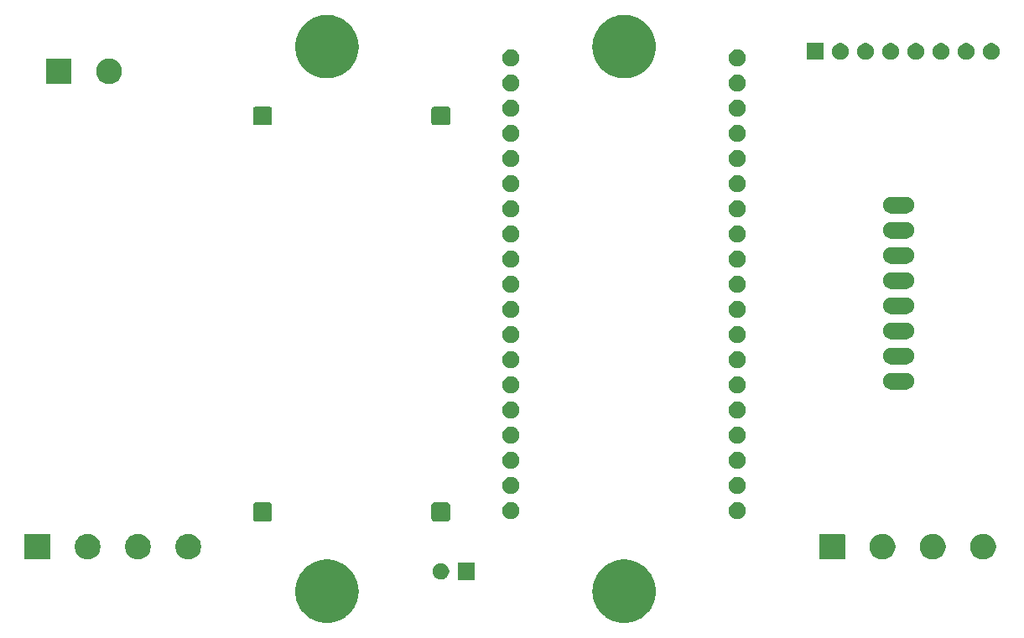
<source format=gts>
G04 #@! TF.GenerationSoftware,KiCad,Pcbnew,9.0.4*
G04 #@! TF.CreationDate,2025-09-11T10:43:24+07:00*
G04 #@! TF.ProjectId,BreakoutBoard,42726561-6b6f-4757-9442-6f6172642e6b,rev?*
G04 #@! TF.SameCoordinates,Original*
G04 #@! TF.FileFunction,Soldermask,Top*
G04 #@! TF.FilePolarity,Negative*
%FSLAX46Y46*%
G04 Gerber Fmt 4.6, Leading zero omitted, Abs format (unit mm)*
G04 Created by KiCad (PCBNEW 9.0.4) date 2025-09-11 10:43:24*
%MOMM*%
%LPD*%
G01*
G04 APERTURE LIST*
G04 APERTURE END LIST*
G36*
X129168254Y-101305034D02*
G01*
X129179425Y-101305034D01*
X129257008Y-101313775D01*
X129469527Y-101334707D01*
X129504477Y-101341658D01*
X129536020Y-101345213D01*
X129628748Y-101366377D01*
X129777521Y-101395970D01*
X129835630Y-101413597D01*
X129885874Y-101425065D01*
X129966903Y-101453418D01*
X130078017Y-101487124D01*
X130158482Y-101520454D01*
X130224587Y-101543585D01*
X130287694Y-101573976D01*
X130368152Y-101607303D01*
X130470533Y-101662026D01*
X130547900Y-101699285D01*
X130591547Y-101726710D01*
X130645087Y-101755328D01*
X130771194Y-101839590D01*
X130851748Y-101890205D01*
X130876565Y-101909996D01*
X130906192Y-101929792D01*
X131071284Y-102065279D01*
X131132309Y-102113945D01*
X131140205Y-102121841D01*
X131148938Y-102129008D01*
X131370991Y-102351061D01*
X131378157Y-102359793D01*
X131386055Y-102367691D01*
X131434726Y-102428723D01*
X131570207Y-102593807D01*
X131590001Y-102623431D01*
X131609795Y-102648252D01*
X131660415Y-102728813D01*
X131744671Y-102854912D01*
X131773286Y-102908447D01*
X131800715Y-102952100D01*
X131837977Y-103029475D01*
X131892696Y-103131847D01*
X131926019Y-103212296D01*
X131956415Y-103275413D01*
X131979549Y-103341527D01*
X132012875Y-103421982D01*
X132046576Y-103533081D01*
X132074935Y-103614126D01*
X132086404Y-103664378D01*
X132104029Y-103722478D01*
X132133616Y-103871224D01*
X132154787Y-103963980D01*
X132158342Y-103995531D01*
X132165292Y-104030472D01*
X132186222Y-104242975D01*
X132194966Y-104320575D01*
X132194966Y-104331745D01*
X132196073Y-104342985D01*
X132196073Y-104657014D01*
X132194966Y-104668253D01*
X132194966Y-104679425D01*
X132186221Y-104757031D01*
X132165292Y-104969527D01*
X132158342Y-105004465D01*
X132154787Y-105036020D01*
X132133614Y-105128782D01*
X132104029Y-105277521D01*
X132086405Y-105335617D01*
X132074935Y-105385874D01*
X132046574Y-105466925D01*
X132012875Y-105578017D01*
X131979551Y-105658466D01*
X131956415Y-105724587D01*
X131926016Y-105787709D01*
X131892696Y-105868152D01*
X131837982Y-105970514D01*
X131800715Y-106047900D01*
X131773282Y-106091558D01*
X131744671Y-106145087D01*
X131660425Y-106271169D01*
X131609795Y-106351748D01*
X131589997Y-106376573D01*
X131570207Y-106406192D01*
X131434755Y-106571241D01*
X131386055Y-106632309D01*
X131378153Y-106640210D01*
X131370991Y-106648938D01*
X131148938Y-106870991D01*
X131140210Y-106878153D01*
X131132309Y-106886055D01*
X131071241Y-106934755D01*
X130906192Y-107070207D01*
X130876573Y-107089997D01*
X130851748Y-107109795D01*
X130771169Y-107160425D01*
X130645087Y-107244671D01*
X130591558Y-107273282D01*
X130547900Y-107300715D01*
X130470514Y-107337982D01*
X130368152Y-107392696D01*
X130287709Y-107426016D01*
X130224587Y-107456415D01*
X130158466Y-107479551D01*
X130078017Y-107512875D01*
X129966925Y-107546574D01*
X129885874Y-107574935D01*
X129835617Y-107586405D01*
X129777521Y-107604029D01*
X129628782Y-107633614D01*
X129536020Y-107654787D01*
X129504465Y-107658342D01*
X129469527Y-107665292D01*
X129257031Y-107686221D01*
X129179425Y-107694966D01*
X129168253Y-107694966D01*
X129157014Y-107696073D01*
X128842986Y-107696073D01*
X128831747Y-107694966D01*
X128820575Y-107694966D01*
X128742971Y-107686222D01*
X128530472Y-107665292D01*
X128495531Y-107658342D01*
X128463980Y-107654787D01*
X128371224Y-107633616D01*
X128222478Y-107604029D01*
X128164378Y-107586404D01*
X128114126Y-107574935D01*
X128033081Y-107546576D01*
X127921982Y-107512875D01*
X127841527Y-107479549D01*
X127775413Y-107456415D01*
X127712296Y-107426019D01*
X127631847Y-107392696D01*
X127529475Y-107337977D01*
X127452100Y-107300715D01*
X127408447Y-107273286D01*
X127354912Y-107244671D01*
X127228813Y-107160415D01*
X127148252Y-107109795D01*
X127123431Y-107090001D01*
X127093807Y-107070207D01*
X126928723Y-106934726D01*
X126867691Y-106886055D01*
X126859793Y-106878157D01*
X126851061Y-106870991D01*
X126629008Y-106648938D01*
X126621841Y-106640205D01*
X126613945Y-106632309D01*
X126565279Y-106571284D01*
X126429792Y-106406192D01*
X126409996Y-106376565D01*
X126390205Y-106351748D01*
X126339590Y-106271194D01*
X126255328Y-106145087D01*
X126226710Y-106091547D01*
X126199285Y-106047900D01*
X126162026Y-105970533D01*
X126107303Y-105868152D01*
X126073976Y-105787694D01*
X126043585Y-105724587D01*
X126020454Y-105658482D01*
X125987124Y-105578017D01*
X125953418Y-105466903D01*
X125925065Y-105385874D01*
X125913597Y-105335630D01*
X125895970Y-105277521D01*
X125866377Y-105128748D01*
X125845213Y-105036020D01*
X125841658Y-105004477D01*
X125834707Y-104969527D01*
X125813775Y-104757008D01*
X125805034Y-104679425D01*
X125805034Y-104668253D01*
X125803927Y-104657014D01*
X125803927Y-104342985D01*
X125805034Y-104331745D01*
X125805034Y-104320575D01*
X125813774Y-104242998D01*
X125834707Y-104030472D01*
X125841659Y-103995520D01*
X125845213Y-103963980D01*
X125866376Y-103871258D01*
X125895970Y-103722478D01*
X125913598Y-103664365D01*
X125925065Y-103614126D01*
X125953416Y-103533102D01*
X125987124Y-103421982D01*
X126020456Y-103341511D01*
X126043585Y-103275413D01*
X126073973Y-103212311D01*
X126107303Y-103131847D01*
X126162031Y-103029456D01*
X126199285Y-102952100D01*
X126226707Y-102908457D01*
X126255328Y-102854912D01*
X126339600Y-102728788D01*
X126390205Y-102648252D01*
X126409992Y-102623439D01*
X126429792Y-102593807D01*
X126565307Y-102428680D01*
X126613945Y-102367691D01*
X126621836Y-102359799D01*
X126629008Y-102351061D01*
X126851061Y-102129008D01*
X126859799Y-102121836D01*
X126867691Y-102113945D01*
X126928680Y-102065307D01*
X127093807Y-101929792D01*
X127123439Y-101909992D01*
X127148252Y-101890205D01*
X127228788Y-101839600D01*
X127354912Y-101755328D01*
X127408457Y-101726707D01*
X127452100Y-101699285D01*
X127529456Y-101662031D01*
X127631847Y-101607303D01*
X127712311Y-101573973D01*
X127775413Y-101543585D01*
X127841511Y-101520456D01*
X127921982Y-101487124D01*
X128033102Y-101453416D01*
X128114126Y-101425065D01*
X128164365Y-101413598D01*
X128222478Y-101395970D01*
X128371258Y-101366376D01*
X128463980Y-101345213D01*
X128495520Y-101341659D01*
X128530472Y-101334707D01*
X128742993Y-101313775D01*
X128820575Y-101305034D01*
X128831746Y-101305034D01*
X128842986Y-101303927D01*
X129157014Y-101303927D01*
X129168254Y-101305034D01*
G37*
G36*
X159168254Y-101305034D02*
G01*
X159179425Y-101305034D01*
X159257008Y-101313775D01*
X159469527Y-101334707D01*
X159504477Y-101341658D01*
X159536020Y-101345213D01*
X159628748Y-101366377D01*
X159777521Y-101395970D01*
X159835630Y-101413597D01*
X159885874Y-101425065D01*
X159966903Y-101453418D01*
X160078017Y-101487124D01*
X160158482Y-101520454D01*
X160224587Y-101543585D01*
X160287694Y-101573976D01*
X160368152Y-101607303D01*
X160470533Y-101662026D01*
X160547900Y-101699285D01*
X160591547Y-101726710D01*
X160645087Y-101755328D01*
X160771194Y-101839590D01*
X160851748Y-101890205D01*
X160876565Y-101909996D01*
X160906192Y-101929792D01*
X161071284Y-102065279D01*
X161132309Y-102113945D01*
X161140205Y-102121841D01*
X161148938Y-102129008D01*
X161370991Y-102351061D01*
X161378157Y-102359793D01*
X161386055Y-102367691D01*
X161434726Y-102428723D01*
X161570207Y-102593807D01*
X161590001Y-102623431D01*
X161609795Y-102648252D01*
X161660415Y-102728813D01*
X161744671Y-102854912D01*
X161773286Y-102908447D01*
X161800715Y-102952100D01*
X161837977Y-103029475D01*
X161892696Y-103131847D01*
X161926019Y-103212296D01*
X161956415Y-103275413D01*
X161979549Y-103341527D01*
X162012875Y-103421982D01*
X162046576Y-103533081D01*
X162074935Y-103614126D01*
X162086404Y-103664378D01*
X162104029Y-103722478D01*
X162133616Y-103871224D01*
X162154787Y-103963980D01*
X162158342Y-103995531D01*
X162165292Y-104030472D01*
X162186222Y-104242975D01*
X162194966Y-104320575D01*
X162194966Y-104331745D01*
X162196073Y-104342985D01*
X162196073Y-104657014D01*
X162194966Y-104668253D01*
X162194966Y-104679425D01*
X162186221Y-104757031D01*
X162165292Y-104969527D01*
X162158342Y-105004465D01*
X162154787Y-105036020D01*
X162133614Y-105128782D01*
X162104029Y-105277521D01*
X162086405Y-105335617D01*
X162074935Y-105385874D01*
X162046574Y-105466925D01*
X162012875Y-105578017D01*
X161979551Y-105658466D01*
X161956415Y-105724587D01*
X161926016Y-105787709D01*
X161892696Y-105868152D01*
X161837982Y-105970514D01*
X161800715Y-106047900D01*
X161773282Y-106091558D01*
X161744671Y-106145087D01*
X161660425Y-106271169D01*
X161609795Y-106351748D01*
X161589997Y-106376573D01*
X161570207Y-106406192D01*
X161434755Y-106571241D01*
X161386055Y-106632309D01*
X161378153Y-106640210D01*
X161370991Y-106648938D01*
X161148938Y-106870991D01*
X161140210Y-106878153D01*
X161132309Y-106886055D01*
X161071241Y-106934755D01*
X160906192Y-107070207D01*
X160876573Y-107089997D01*
X160851748Y-107109795D01*
X160771169Y-107160425D01*
X160645087Y-107244671D01*
X160591558Y-107273282D01*
X160547900Y-107300715D01*
X160470514Y-107337982D01*
X160368152Y-107392696D01*
X160287709Y-107426016D01*
X160224587Y-107456415D01*
X160158466Y-107479551D01*
X160078017Y-107512875D01*
X159966925Y-107546574D01*
X159885874Y-107574935D01*
X159835617Y-107586405D01*
X159777521Y-107604029D01*
X159628782Y-107633614D01*
X159536020Y-107654787D01*
X159504465Y-107658342D01*
X159469527Y-107665292D01*
X159257031Y-107686221D01*
X159179425Y-107694966D01*
X159168253Y-107694966D01*
X159157014Y-107696073D01*
X158842986Y-107696073D01*
X158831747Y-107694966D01*
X158820575Y-107694966D01*
X158742971Y-107686222D01*
X158530472Y-107665292D01*
X158495531Y-107658342D01*
X158463980Y-107654787D01*
X158371224Y-107633616D01*
X158222478Y-107604029D01*
X158164378Y-107586404D01*
X158114126Y-107574935D01*
X158033081Y-107546576D01*
X157921982Y-107512875D01*
X157841527Y-107479549D01*
X157775413Y-107456415D01*
X157712296Y-107426019D01*
X157631847Y-107392696D01*
X157529475Y-107337977D01*
X157452100Y-107300715D01*
X157408447Y-107273286D01*
X157354912Y-107244671D01*
X157228813Y-107160415D01*
X157148252Y-107109795D01*
X157123431Y-107090001D01*
X157093807Y-107070207D01*
X156928723Y-106934726D01*
X156867691Y-106886055D01*
X156859793Y-106878157D01*
X156851061Y-106870991D01*
X156629008Y-106648938D01*
X156621841Y-106640205D01*
X156613945Y-106632309D01*
X156565279Y-106571284D01*
X156429792Y-106406192D01*
X156409996Y-106376565D01*
X156390205Y-106351748D01*
X156339590Y-106271194D01*
X156255328Y-106145087D01*
X156226710Y-106091547D01*
X156199285Y-106047900D01*
X156162026Y-105970533D01*
X156107303Y-105868152D01*
X156073976Y-105787694D01*
X156043585Y-105724587D01*
X156020454Y-105658482D01*
X155987124Y-105578017D01*
X155953418Y-105466903D01*
X155925065Y-105385874D01*
X155913597Y-105335630D01*
X155895970Y-105277521D01*
X155866377Y-105128748D01*
X155845213Y-105036020D01*
X155841658Y-105004477D01*
X155834707Y-104969527D01*
X155813775Y-104757008D01*
X155805034Y-104679425D01*
X155805034Y-104668253D01*
X155803927Y-104657014D01*
X155803927Y-104342985D01*
X155805034Y-104331745D01*
X155805034Y-104320575D01*
X155813774Y-104242998D01*
X155834707Y-104030472D01*
X155841659Y-103995520D01*
X155845213Y-103963980D01*
X155866376Y-103871258D01*
X155895970Y-103722478D01*
X155913598Y-103664365D01*
X155925065Y-103614126D01*
X155953416Y-103533102D01*
X155987124Y-103421982D01*
X156020456Y-103341511D01*
X156043585Y-103275413D01*
X156073973Y-103212311D01*
X156107303Y-103131847D01*
X156162031Y-103029456D01*
X156199285Y-102952100D01*
X156226707Y-102908457D01*
X156255328Y-102854912D01*
X156339600Y-102728788D01*
X156390205Y-102648252D01*
X156409992Y-102623439D01*
X156429792Y-102593807D01*
X156565307Y-102428680D01*
X156613945Y-102367691D01*
X156621836Y-102359799D01*
X156629008Y-102351061D01*
X156851061Y-102129008D01*
X156859799Y-102121836D01*
X156867691Y-102113945D01*
X156928680Y-102065307D01*
X157093807Y-101929792D01*
X157123439Y-101909992D01*
X157148252Y-101890205D01*
X157228788Y-101839600D01*
X157354912Y-101755328D01*
X157408457Y-101726707D01*
X157452100Y-101699285D01*
X157529456Y-101662031D01*
X157631847Y-101607303D01*
X157712311Y-101573973D01*
X157775413Y-101543585D01*
X157841511Y-101520456D01*
X157921982Y-101487124D01*
X158033102Y-101453416D01*
X158114126Y-101425065D01*
X158164365Y-101413598D01*
X158222478Y-101395970D01*
X158371258Y-101366376D01*
X158463980Y-101345213D01*
X158495520Y-101341659D01*
X158530472Y-101334707D01*
X158742993Y-101313775D01*
X158820575Y-101305034D01*
X158831746Y-101305034D01*
X158842986Y-101303927D01*
X159157014Y-101303927D01*
X159168254Y-101305034D01*
G37*
G36*
X143890000Y-103350000D02*
G01*
X142190000Y-103350000D01*
X142190000Y-101650000D01*
X143890000Y-101650000D01*
X143890000Y-103350000D01*
G37*
G36*
X140746742Y-101686601D02*
G01*
X140900687Y-101750367D01*
X141039234Y-101842941D01*
X141157059Y-101960766D01*
X141249633Y-102099313D01*
X141313399Y-102253258D01*
X141345907Y-102416685D01*
X141345907Y-102583315D01*
X141313399Y-102746742D01*
X141249633Y-102900687D01*
X141157059Y-103039234D01*
X141039234Y-103157059D01*
X140900687Y-103249633D01*
X140746742Y-103313399D01*
X140583315Y-103345907D01*
X140416685Y-103345907D01*
X140253258Y-103313399D01*
X140099313Y-103249633D01*
X139960766Y-103157059D01*
X139842941Y-103039234D01*
X139750367Y-102900687D01*
X139686601Y-102746742D01*
X139654093Y-102583315D01*
X139654093Y-102416685D01*
X139686601Y-102253258D01*
X139750367Y-102099313D01*
X139842941Y-101960766D01*
X139960766Y-101842941D01*
X140099313Y-101750367D01*
X140253258Y-101686601D01*
X140416685Y-101654093D01*
X140583315Y-101654093D01*
X140746742Y-101686601D01*
G37*
G36*
X100999034Y-98705764D02*
G01*
X101032125Y-98727875D01*
X101054236Y-98760966D01*
X101062000Y-98800000D01*
X101062000Y-101200000D01*
X101054236Y-101239034D01*
X101032125Y-101272125D01*
X100999034Y-101294236D01*
X100960000Y-101302000D01*
X98560000Y-101302000D01*
X98520966Y-101294236D01*
X98487875Y-101272125D01*
X98465764Y-101239034D01*
X98458000Y-101200000D01*
X98458000Y-98800000D01*
X98465764Y-98760966D01*
X98487875Y-98727875D01*
X98520966Y-98705764D01*
X98560000Y-98698000D01*
X100960000Y-98698000D01*
X100999034Y-98705764D01*
G37*
G36*
X181239034Y-98705764D02*
G01*
X181272125Y-98727875D01*
X181294236Y-98760966D01*
X181302000Y-98800000D01*
X181302000Y-101200000D01*
X181294236Y-101239034D01*
X181272125Y-101272125D01*
X181239034Y-101294236D01*
X181200000Y-101302000D01*
X178800000Y-101302000D01*
X178760966Y-101294236D01*
X178727875Y-101272125D01*
X178705764Y-101239034D01*
X178698000Y-101200000D01*
X178698000Y-98800000D01*
X178705764Y-98760966D01*
X178727875Y-98727875D01*
X178760966Y-98705764D01*
X178800000Y-98698000D01*
X181200000Y-98698000D01*
X181239034Y-98705764D01*
G37*
G36*
X105143946Y-98733974D02*
G01*
X105338254Y-98797109D01*
X105520293Y-98889863D01*
X105685581Y-99009951D01*
X105830049Y-99154419D01*
X105950137Y-99319707D01*
X106042891Y-99501746D01*
X106106026Y-99696054D01*
X106137986Y-99897846D01*
X106137986Y-100102154D01*
X106106026Y-100303946D01*
X106042891Y-100498254D01*
X105950137Y-100680293D01*
X105830049Y-100845581D01*
X105685581Y-100990049D01*
X105520293Y-101110137D01*
X105338254Y-101202891D01*
X105143946Y-101266026D01*
X104942154Y-101297986D01*
X104737846Y-101297986D01*
X104536054Y-101266026D01*
X104341746Y-101202891D01*
X104159707Y-101110137D01*
X103994419Y-100990049D01*
X103849951Y-100845581D01*
X103729863Y-100680293D01*
X103637109Y-100498254D01*
X103573974Y-100303946D01*
X103542014Y-100102154D01*
X103542014Y-99897846D01*
X103573974Y-99696054D01*
X103637109Y-99501746D01*
X103729863Y-99319707D01*
X103849951Y-99154419D01*
X103994419Y-99009951D01*
X104159707Y-98889863D01*
X104341746Y-98797109D01*
X104536054Y-98733974D01*
X104737846Y-98702014D01*
X104942154Y-98702014D01*
X105143946Y-98733974D01*
G37*
G36*
X110223946Y-98733974D02*
G01*
X110418254Y-98797109D01*
X110600293Y-98889863D01*
X110765581Y-99009951D01*
X110910049Y-99154419D01*
X111030137Y-99319707D01*
X111122891Y-99501746D01*
X111186026Y-99696054D01*
X111217986Y-99897846D01*
X111217986Y-100102154D01*
X111186026Y-100303946D01*
X111122891Y-100498254D01*
X111030137Y-100680293D01*
X110910049Y-100845581D01*
X110765581Y-100990049D01*
X110600293Y-101110137D01*
X110418254Y-101202891D01*
X110223946Y-101266026D01*
X110022154Y-101297986D01*
X109817846Y-101297986D01*
X109616054Y-101266026D01*
X109421746Y-101202891D01*
X109239707Y-101110137D01*
X109074419Y-100990049D01*
X108929951Y-100845581D01*
X108809863Y-100680293D01*
X108717109Y-100498254D01*
X108653974Y-100303946D01*
X108622014Y-100102154D01*
X108622014Y-99897846D01*
X108653974Y-99696054D01*
X108717109Y-99501746D01*
X108809863Y-99319707D01*
X108929951Y-99154419D01*
X109074419Y-99009951D01*
X109239707Y-98889863D01*
X109421746Y-98797109D01*
X109616054Y-98733974D01*
X109817846Y-98702014D01*
X110022154Y-98702014D01*
X110223946Y-98733974D01*
G37*
G36*
X115303946Y-98733974D02*
G01*
X115498254Y-98797109D01*
X115680293Y-98889863D01*
X115845581Y-99009951D01*
X115990049Y-99154419D01*
X116110137Y-99319707D01*
X116202891Y-99501746D01*
X116266026Y-99696054D01*
X116297986Y-99897846D01*
X116297986Y-100102154D01*
X116266026Y-100303946D01*
X116202891Y-100498254D01*
X116110137Y-100680293D01*
X115990049Y-100845581D01*
X115845581Y-100990049D01*
X115680293Y-101110137D01*
X115498254Y-101202891D01*
X115303946Y-101266026D01*
X115102154Y-101297986D01*
X114897846Y-101297986D01*
X114696054Y-101266026D01*
X114501746Y-101202891D01*
X114319707Y-101110137D01*
X114154419Y-100990049D01*
X114009951Y-100845581D01*
X113889863Y-100680293D01*
X113797109Y-100498254D01*
X113733974Y-100303946D01*
X113702014Y-100102154D01*
X113702014Y-99897846D01*
X113733974Y-99696054D01*
X113797109Y-99501746D01*
X113889863Y-99319707D01*
X114009951Y-99154419D01*
X114154419Y-99009951D01*
X114319707Y-98889863D01*
X114501746Y-98797109D01*
X114696054Y-98733974D01*
X114897846Y-98702014D01*
X115102154Y-98702014D01*
X115303946Y-98733974D01*
G37*
G36*
X185383946Y-98733974D02*
G01*
X185578254Y-98797109D01*
X185760293Y-98889863D01*
X185925581Y-99009951D01*
X186070049Y-99154419D01*
X186190137Y-99319707D01*
X186282891Y-99501746D01*
X186346026Y-99696054D01*
X186377986Y-99897846D01*
X186377986Y-100102154D01*
X186346026Y-100303946D01*
X186282891Y-100498254D01*
X186190137Y-100680293D01*
X186070049Y-100845581D01*
X185925581Y-100990049D01*
X185760293Y-101110137D01*
X185578254Y-101202891D01*
X185383946Y-101266026D01*
X185182154Y-101297986D01*
X184977846Y-101297986D01*
X184776054Y-101266026D01*
X184581746Y-101202891D01*
X184399707Y-101110137D01*
X184234419Y-100990049D01*
X184089951Y-100845581D01*
X183969863Y-100680293D01*
X183877109Y-100498254D01*
X183813974Y-100303946D01*
X183782014Y-100102154D01*
X183782014Y-99897846D01*
X183813974Y-99696054D01*
X183877109Y-99501746D01*
X183969863Y-99319707D01*
X184089951Y-99154419D01*
X184234419Y-99009951D01*
X184399707Y-98889863D01*
X184581746Y-98797109D01*
X184776054Y-98733974D01*
X184977846Y-98702014D01*
X185182154Y-98702014D01*
X185383946Y-98733974D01*
G37*
G36*
X190463946Y-98733974D02*
G01*
X190658254Y-98797109D01*
X190840293Y-98889863D01*
X191005581Y-99009951D01*
X191150049Y-99154419D01*
X191270137Y-99319707D01*
X191362891Y-99501746D01*
X191426026Y-99696054D01*
X191457986Y-99897846D01*
X191457986Y-100102154D01*
X191426026Y-100303946D01*
X191362891Y-100498254D01*
X191270137Y-100680293D01*
X191150049Y-100845581D01*
X191005581Y-100990049D01*
X190840293Y-101110137D01*
X190658254Y-101202891D01*
X190463946Y-101266026D01*
X190262154Y-101297986D01*
X190057846Y-101297986D01*
X189856054Y-101266026D01*
X189661746Y-101202891D01*
X189479707Y-101110137D01*
X189314419Y-100990049D01*
X189169951Y-100845581D01*
X189049863Y-100680293D01*
X188957109Y-100498254D01*
X188893974Y-100303946D01*
X188862014Y-100102154D01*
X188862014Y-99897846D01*
X188893974Y-99696054D01*
X188957109Y-99501746D01*
X189049863Y-99319707D01*
X189169951Y-99154419D01*
X189314419Y-99009951D01*
X189479707Y-98889863D01*
X189661746Y-98797109D01*
X189856054Y-98733974D01*
X190057846Y-98702014D01*
X190262154Y-98702014D01*
X190463946Y-98733974D01*
G37*
G36*
X195543946Y-98733974D02*
G01*
X195738254Y-98797109D01*
X195920293Y-98889863D01*
X196085581Y-99009951D01*
X196230049Y-99154419D01*
X196350137Y-99319707D01*
X196442891Y-99501746D01*
X196506026Y-99696054D01*
X196537986Y-99897846D01*
X196537986Y-100102154D01*
X196506026Y-100303946D01*
X196442891Y-100498254D01*
X196350137Y-100680293D01*
X196230049Y-100845581D01*
X196085581Y-100990049D01*
X195920293Y-101110137D01*
X195738254Y-101202891D01*
X195543946Y-101266026D01*
X195342154Y-101297986D01*
X195137846Y-101297986D01*
X194936054Y-101266026D01*
X194741746Y-101202891D01*
X194559707Y-101110137D01*
X194394419Y-100990049D01*
X194249951Y-100845581D01*
X194129863Y-100680293D01*
X194037109Y-100498254D01*
X193973974Y-100303946D01*
X193942014Y-100102154D01*
X193942014Y-99897846D01*
X193973974Y-99696054D01*
X194037109Y-99501746D01*
X194129863Y-99319707D01*
X194249951Y-99154419D01*
X194394419Y-99009951D01*
X194559707Y-98889863D01*
X194741746Y-98797109D01*
X194936054Y-98733974D01*
X195137846Y-98702014D01*
X195342154Y-98702014D01*
X195543946Y-98733974D01*
G37*
G36*
X123232173Y-95555090D02*
G01*
X123237144Y-95557285D01*
X123239247Y-95557562D01*
X123265554Y-95569829D01*
X123328238Y-95597507D01*
X123402493Y-95671762D01*
X123430174Y-95734453D01*
X123442437Y-95760751D01*
X123442713Y-95762852D01*
X123444910Y-95767827D01*
X123452500Y-95833250D01*
X123452500Y-97166750D01*
X123444910Y-97232173D01*
X123442713Y-97237147D01*
X123442437Y-97239247D01*
X123430188Y-97265513D01*
X123402493Y-97328238D01*
X123328238Y-97402493D01*
X123265527Y-97430182D01*
X123239248Y-97442437D01*
X123237147Y-97442713D01*
X123232173Y-97444910D01*
X123166750Y-97452500D01*
X121833250Y-97452500D01*
X121767827Y-97444910D01*
X121762852Y-97442713D01*
X121760752Y-97442437D01*
X121734467Y-97430180D01*
X121671762Y-97402493D01*
X121597507Y-97328238D01*
X121569835Y-97265567D01*
X121557562Y-97239248D01*
X121557285Y-97237144D01*
X121555090Y-97232173D01*
X121547500Y-97166750D01*
X121547500Y-95833250D01*
X121555090Y-95767827D01*
X121557285Y-95762855D01*
X121557562Y-95760752D01*
X121569837Y-95734426D01*
X121597507Y-95671762D01*
X121671762Y-95597507D01*
X121734413Y-95569843D01*
X121760751Y-95557562D01*
X121762856Y-95557284D01*
X121767827Y-95555090D01*
X121833250Y-95547500D01*
X123166750Y-95547500D01*
X123232173Y-95555090D01*
G37*
G36*
X141232173Y-95555090D02*
G01*
X141237144Y-95557285D01*
X141239247Y-95557562D01*
X141265554Y-95569829D01*
X141328238Y-95597507D01*
X141402493Y-95671762D01*
X141430174Y-95734453D01*
X141442437Y-95760751D01*
X141442713Y-95762852D01*
X141444910Y-95767827D01*
X141452500Y-95833250D01*
X141452500Y-97166750D01*
X141444910Y-97232173D01*
X141442713Y-97237147D01*
X141442437Y-97239247D01*
X141430188Y-97265513D01*
X141402493Y-97328238D01*
X141328238Y-97402493D01*
X141265527Y-97430182D01*
X141239248Y-97442437D01*
X141237147Y-97442713D01*
X141232173Y-97444910D01*
X141166750Y-97452500D01*
X139833250Y-97452500D01*
X139767827Y-97444910D01*
X139762852Y-97442713D01*
X139760752Y-97442437D01*
X139734467Y-97430180D01*
X139671762Y-97402493D01*
X139597507Y-97328238D01*
X139569835Y-97265567D01*
X139557562Y-97239248D01*
X139557285Y-97237144D01*
X139555090Y-97232173D01*
X139547500Y-97166750D01*
X139547500Y-95833250D01*
X139555090Y-95767827D01*
X139557285Y-95762855D01*
X139557562Y-95760752D01*
X139569837Y-95734426D01*
X139597507Y-95671762D01*
X139671762Y-95597507D01*
X139734413Y-95569843D01*
X139760751Y-95557562D01*
X139762856Y-95557284D01*
X139767827Y-95555090D01*
X139833250Y-95547500D01*
X141166750Y-95547500D01*
X141232173Y-95555090D01*
G37*
G36*
X147820806Y-95533204D02*
G01*
X147977287Y-95598020D01*
X148118116Y-95692119D01*
X148237881Y-95811884D01*
X148331980Y-95952713D01*
X148396796Y-96109194D01*
X148429840Y-96275313D01*
X148429840Y-96444687D01*
X148396796Y-96610806D01*
X148331980Y-96767287D01*
X148237881Y-96908116D01*
X148118116Y-97027881D01*
X147977287Y-97121980D01*
X147820806Y-97186796D01*
X147654687Y-97219840D01*
X147485313Y-97219840D01*
X147319194Y-97186796D01*
X147162713Y-97121980D01*
X147021884Y-97027881D01*
X146902119Y-96908116D01*
X146808020Y-96767287D01*
X146743204Y-96610806D01*
X146710160Y-96444687D01*
X146710160Y-96275313D01*
X146743204Y-96109194D01*
X146808020Y-95952713D01*
X146902119Y-95811884D01*
X147021884Y-95692119D01*
X147162713Y-95598020D01*
X147319194Y-95533204D01*
X147485313Y-95500160D01*
X147654687Y-95500160D01*
X147820806Y-95533204D01*
G37*
G36*
X170680806Y-95533204D02*
G01*
X170837287Y-95598020D01*
X170978116Y-95692119D01*
X171097881Y-95811884D01*
X171191980Y-95952713D01*
X171256796Y-96109194D01*
X171289840Y-96275313D01*
X171289840Y-96444687D01*
X171256796Y-96610806D01*
X171191980Y-96767287D01*
X171097881Y-96908116D01*
X170978116Y-97027881D01*
X170837287Y-97121980D01*
X170680806Y-97186796D01*
X170514687Y-97219840D01*
X170345313Y-97219840D01*
X170179194Y-97186796D01*
X170022713Y-97121980D01*
X169881884Y-97027881D01*
X169762119Y-96908116D01*
X169668020Y-96767287D01*
X169603204Y-96610806D01*
X169570160Y-96444687D01*
X169570160Y-96275313D01*
X169603204Y-96109194D01*
X169668020Y-95952713D01*
X169762119Y-95811884D01*
X169881884Y-95692119D01*
X170022713Y-95598020D01*
X170179194Y-95533204D01*
X170345313Y-95500160D01*
X170514687Y-95500160D01*
X170680806Y-95533204D01*
G37*
G36*
X147820806Y-92993204D02*
G01*
X147977287Y-93058020D01*
X148118116Y-93152119D01*
X148237881Y-93271884D01*
X148331980Y-93412713D01*
X148396796Y-93569194D01*
X148429840Y-93735313D01*
X148429840Y-93904687D01*
X148396796Y-94070806D01*
X148331980Y-94227287D01*
X148237881Y-94368116D01*
X148118116Y-94487881D01*
X147977287Y-94581980D01*
X147820806Y-94646796D01*
X147654687Y-94679840D01*
X147485313Y-94679840D01*
X147319194Y-94646796D01*
X147162713Y-94581980D01*
X147021884Y-94487881D01*
X146902119Y-94368116D01*
X146808020Y-94227287D01*
X146743204Y-94070806D01*
X146710160Y-93904687D01*
X146710160Y-93735313D01*
X146743204Y-93569194D01*
X146808020Y-93412713D01*
X146902119Y-93271884D01*
X147021884Y-93152119D01*
X147162713Y-93058020D01*
X147319194Y-92993204D01*
X147485313Y-92960160D01*
X147654687Y-92960160D01*
X147820806Y-92993204D01*
G37*
G36*
X170680806Y-92993204D02*
G01*
X170837287Y-93058020D01*
X170978116Y-93152119D01*
X171097881Y-93271884D01*
X171191980Y-93412713D01*
X171256796Y-93569194D01*
X171289840Y-93735313D01*
X171289840Y-93904687D01*
X171256796Y-94070806D01*
X171191980Y-94227287D01*
X171097881Y-94368116D01*
X170978116Y-94487881D01*
X170837287Y-94581980D01*
X170680806Y-94646796D01*
X170514687Y-94679840D01*
X170345313Y-94679840D01*
X170179194Y-94646796D01*
X170022713Y-94581980D01*
X169881884Y-94487881D01*
X169762119Y-94368116D01*
X169668020Y-94227287D01*
X169603204Y-94070806D01*
X169570160Y-93904687D01*
X169570160Y-93735313D01*
X169603204Y-93569194D01*
X169668020Y-93412713D01*
X169762119Y-93271884D01*
X169881884Y-93152119D01*
X170022713Y-93058020D01*
X170179194Y-92993204D01*
X170345313Y-92960160D01*
X170514687Y-92960160D01*
X170680806Y-92993204D01*
G37*
G36*
X147820806Y-90453204D02*
G01*
X147977287Y-90518020D01*
X148118116Y-90612119D01*
X148237881Y-90731884D01*
X148331980Y-90872713D01*
X148396796Y-91029194D01*
X148429840Y-91195313D01*
X148429840Y-91364687D01*
X148396796Y-91530806D01*
X148331980Y-91687287D01*
X148237881Y-91828116D01*
X148118116Y-91947881D01*
X147977287Y-92041980D01*
X147820806Y-92106796D01*
X147654687Y-92139840D01*
X147485313Y-92139840D01*
X147319194Y-92106796D01*
X147162713Y-92041980D01*
X147021884Y-91947881D01*
X146902119Y-91828116D01*
X146808020Y-91687287D01*
X146743204Y-91530806D01*
X146710160Y-91364687D01*
X146710160Y-91195313D01*
X146743204Y-91029194D01*
X146808020Y-90872713D01*
X146902119Y-90731884D01*
X147021884Y-90612119D01*
X147162713Y-90518020D01*
X147319194Y-90453204D01*
X147485313Y-90420160D01*
X147654687Y-90420160D01*
X147820806Y-90453204D01*
G37*
G36*
X170680806Y-90453204D02*
G01*
X170837287Y-90518020D01*
X170978116Y-90612119D01*
X171097881Y-90731884D01*
X171191980Y-90872713D01*
X171256796Y-91029194D01*
X171289840Y-91195313D01*
X171289840Y-91364687D01*
X171256796Y-91530806D01*
X171191980Y-91687287D01*
X171097881Y-91828116D01*
X170978116Y-91947881D01*
X170837287Y-92041980D01*
X170680806Y-92106796D01*
X170514687Y-92139840D01*
X170345313Y-92139840D01*
X170179194Y-92106796D01*
X170022713Y-92041980D01*
X169881884Y-91947881D01*
X169762119Y-91828116D01*
X169668020Y-91687287D01*
X169603204Y-91530806D01*
X169570160Y-91364687D01*
X169570160Y-91195313D01*
X169603204Y-91029194D01*
X169668020Y-90872713D01*
X169762119Y-90731884D01*
X169881884Y-90612119D01*
X170022713Y-90518020D01*
X170179194Y-90453204D01*
X170345313Y-90420160D01*
X170514687Y-90420160D01*
X170680806Y-90453204D01*
G37*
G36*
X147820806Y-87913204D02*
G01*
X147977287Y-87978020D01*
X148118116Y-88072119D01*
X148237881Y-88191884D01*
X148331980Y-88332713D01*
X148396796Y-88489194D01*
X148429840Y-88655313D01*
X148429840Y-88824687D01*
X148396796Y-88990806D01*
X148331980Y-89147287D01*
X148237881Y-89288116D01*
X148118116Y-89407881D01*
X147977287Y-89501980D01*
X147820806Y-89566796D01*
X147654687Y-89599840D01*
X147485313Y-89599840D01*
X147319194Y-89566796D01*
X147162713Y-89501980D01*
X147021884Y-89407881D01*
X146902119Y-89288116D01*
X146808020Y-89147287D01*
X146743204Y-88990806D01*
X146710160Y-88824687D01*
X146710160Y-88655313D01*
X146743204Y-88489194D01*
X146808020Y-88332713D01*
X146902119Y-88191884D01*
X147021884Y-88072119D01*
X147162713Y-87978020D01*
X147319194Y-87913204D01*
X147485313Y-87880160D01*
X147654687Y-87880160D01*
X147820806Y-87913204D01*
G37*
G36*
X170680806Y-87913204D02*
G01*
X170837287Y-87978020D01*
X170978116Y-88072119D01*
X171097881Y-88191884D01*
X171191980Y-88332713D01*
X171256796Y-88489194D01*
X171289840Y-88655313D01*
X171289840Y-88824687D01*
X171256796Y-88990806D01*
X171191980Y-89147287D01*
X171097881Y-89288116D01*
X170978116Y-89407881D01*
X170837287Y-89501980D01*
X170680806Y-89566796D01*
X170514687Y-89599840D01*
X170345313Y-89599840D01*
X170179194Y-89566796D01*
X170022713Y-89501980D01*
X169881884Y-89407881D01*
X169762119Y-89288116D01*
X169668020Y-89147287D01*
X169603204Y-88990806D01*
X169570160Y-88824687D01*
X169570160Y-88655313D01*
X169603204Y-88489194D01*
X169668020Y-88332713D01*
X169762119Y-88191884D01*
X169881884Y-88072119D01*
X170022713Y-87978020D01*
X170179194Y-87913204D01*
X170345313Y-87880160D01*
X170514687Y-87880160D01*
X170680806Y-87913204D01*
G37*
G36*
X147820806Y-85373204D02*
G01*
X147977287Y-85438020D01*
X148118116Y-85532119D01*
X148237881Y-85651884D01*
X148331980Y-85792713D01*
X148396796Y-85949194D01*
X148429840Y-86115313D01*
X148429840Y-86284687D01*
X148396796Y-86450806D01*
X148331980Y-86607287D01*
X148237881Y-86748116D01*
X148118116Y-86867881D01*
X147977287Y-86961980D01*
X147820806Y-87026796D01*
X147654687Y-87059840D01*
X147485313Y-87059840D01*
X147319194Y-87026796D01*
X147162713Y-86961980D01*
X147021884Y-86867881D01*
X146902119Y-86748116D01*
X146808020Y-86607287D01*
X146743204Y-86450806D01*
X146710160Y-86284687D01*
X146710160Y-86115313D01*
X146743204Y-85949194D01*
X146808020Y-85792713D01*
X146902119Y-85651884D01*
X147021884Y-85532119D01*
X147162713Y-85438020D01*
X147319194Y-85373204D01*
X147485313Y-85340160D01*
X147654687Y-85340160D01*
X147820806Y-85373204D01*
G37*
G36*
X170680806Y-85373204D02*
G01*
X170837287Y-85438020D01*
X170978116Y-85532119D01*
X171097881Y-85651884D01*
X171191980Y-85792713D01*
X171256796Y-85949194D01*
X171289840Y-86115313D01*
X171289840Y-86284687D01*
X171256796Y-86450806D01*
X171191980Y-86607287D01*
X171097881Y-86748116D01*
X170978116Y-86867881D01*
X170837287Y-86961980D01*
X170680806Y-87026796D01*
X170514687Y-87059840D01*
X170345313Y-87059840D01*
X170179194Y-87026796D01*
X170022713Y-86961980D01*
X169881884Y-86867881D01*
X169762119Y-86748116D01*
X169668020Y-86607287D01*
X169603204Y-86450806D01*
X169570160Y-86284687D01*
X169570160Y-86115313D01*
X169603204Y-85949194D01*
X169668020Y-85792713D01*
X169762119Y-85651884D01*
X169881884Y-85532119D01*
X170022713Y-85438020D01*
X170179194Y-85373204D01*
X170345313Y-85340160D01*
X170514687Y-85340160D01*
X170680806Y-85373204D01*
G37*
G36*
X147820806Y-82833204D02*
G01*
X147977287Y-82898020D01*
X148118116Y-82992119D01*
X148237881Y-83111884D01*
X148331980Y-83252713D01*
X148396796Y-83409194D01*
X148429840Y-83575313D01*
X148429840Y-83744687D01*
X148396796Y-83910806D01*
X148331980Y-84067287D01*
X148237881Y-84208116D01*
X148118116Y-84327881D01*
X147977287Y-84421980D01*
X147820806Y-84486796D01*
X147654687Y-84519840D01*
X147485313Y-84519840D01*
X147319194Y-84486796D01*
X147162713Y-84421980D01*
X147021884Y-84327881D01*
X146902119Y-84208116D01*
X146808020Y-84067287D01*
X146743204Y-83910806D01*
X146710160Y-83744687D01*
X146710160Y-83575313D01*
X146743204Y-83409194D01*
X146808020Y-83252713D01*
X146902119Y-83111884D01*
X147021884Y-82992119D01*
X147162713Y-82898020D01*
X147319194Y-82833204D01*
X147485313Y-82800160D01*
X147654687Y-82800160D01*
X147820806Y-82833204D01*
G37*
G36*
X170680806Y-82833204D02*
G01*
X170837287Y-82898020D01*
X170978116Y-82992119D01*
X171097881Y-83111884D01*
X171191980Y-83252713D01*
X171256796Y-83409194D01*
X171289840Y-83575313D01*
X171289840Y-83744687D01*
X171256796Y-83910806D01*
X171191980Y-84067287D01*
X171097881Y-84208116D01*
X170978116Y-84327881D01*
X170837287Y-84421980D01*
X170680806Y-84486796D01*
X170514687Y-84519840D01*
X170345313Y-84519840D01*
X170179194Y-84486796D01*
X170022713Y-84421980D01*
X169881884Y-84327881D01*
X169762119Y-84208116D01*
X169668020Y-84067287D01*
X169603204Y-83910806D01*
X169570160Y-83744687D01*
X169570160Y-83575313D01*
X169603204Y-83409194D01*
X169668020Y-83252713D01*
X169762119Y-83111884D01*
X169881884Y-82992119D01*
X170022713Y-82898020D01*
X170179194Y-82833204D01*
X170345313Y-82800160D01*
X170514687Y-82800160D01*
X170680806Y-82833204D01*
G37*
G36*
X187551911Y-82439703D02*
G01*
X187715723Y-82472287D01*
X187870030Y-82536203D01*
X188008903Y-82628995D01*
X188127005Y-82747097D01*
X188219797Y-82885970D01*
X188283713Y-83040277D01*
X188316297Y-83204089D01*
X188316297Y-83371111D01*
X188283713Y-83534923D01*
X188219797Y-83689230D01*
X188127005Y-83828103D01*
X188008903Y-83946205D01*
X187870030Y-84038997D01*
X187715723Y-84102913D01*
X187551911Y-84135497D01*
X187468400Y-84139600D01*
X187466921Y-84139600D01*
X185969879Y-84139600D01*
X185968400Y-84139600D01*
X185884889Y-84135497D01*
X185721077Y-84102913D01*
X185566770Y-84038997D01*
X185427897Y-83946205D01*
X185309795Y-83828103D01*
X185217003Y-83689230D01*
X185153087Y-83534923D01*
X185120503Y-83371111D01*
X185120503Y-83204089D01*
X185153087Y-83040277D01*
X185217003Y-82885970D01*
X185309795Y-82747097D01*
X185427897Y-82628995D01*
X185566770Y-82536203D01*
X185721077Y-82472287D01*
X185884889Y-82439703D01*
X185968400Y-82435600D01*
X187468400Y-82435600D01*
X187551911Y-82439703D01*
G37*
G36*
X147820806Y-80293204D02*
G01*
X147977287Y-80358020D01*
X148118116Y-80452119D01*
X148237881Y-80571884D01*
X148331980Y-80712713D01*
X148396796Y-80869194D01*
X148429840Y-81035313D01*
X148429840Y-81204687D01*
X148396796Y-81370806D01*
X148331980Y-81527287D01*
X148237881Y-81668116D01*
X148118116Y-81787881D01*
X147977287Y-81881980D01*
X147820806Y-81946796D01*
X147654687Y-81979840D01*
X147485313Y-81979840D01*
X147319194Y-81946796D01*
X147162713Y-81881980D01*
X147021884Y-81787881D01*
X146902119Y-81668116D01*
X146808020Y-81527287D01*
X146743204Y-81370806D01*
X146710160Y-81204687D01*
X146710160Y-81035313D01*
X146743204Y-80869194D01*
X146808020Y-80712713D01*
X146902119Y-80571884D01*
X147021884Y-80452119D01*
X147162713Y-80358020D01*
X147319194Y-80293204D01*
X147485313Y-80260160D01*
X147654687Y-80260160D01*
X147820806Y-80293204D01*
G37*
G36*
X170680806Y-80293204D02*
G01*
X170837287Y-80358020D01*
X170978116Y-80452119D01*
X171097881Y-80571884D01*
X171191980Y-80712713D01*
X171256796Y-80869194D01*
X171289840Y-81035313D01*
X171289840Y-81204687D01*
X171256796Y-81370806D01*
X171191980Y-81527287D01*
X171097881Y-81668116D01*
X170978116Y-81787881D01*
X170837287Y-81881980D01*
X170680806Y-81946796D01*
X170514687Y-81979840D01*
X170345313Y-81979840D01*
X170179194Y-81946796D01*
X170022713Y-81881980D01*
X169881884Y-81787881D01*
X169762119Y-81668116D01*
X169668020Y-81527287D01*
X169603204Y-81370806D01*
X169570160Y-81204687D01*
X169570160Y-81035313D01*
X169603204Y-80869194D01*
X169668020Y-80712713D01*
X169762119Y-80571884D01*
X169881884Y-80452119D01*
X170022713Y-80358020D01*
X170179194Y-80293204D01*
X170345313Y-80260160D01*
X170514687Y-80260160D01*
X170680806Y-80293204D01*
G37*
G36*
X187551911Y-79899703D02*
G01*
X187715723Y-79932287D01*
X187870030Y-79996203D01*
X188008903Y-80088995D01*
X188127005Y-80207097D01*
X188219797Y-80345970D01*
X188283713Y-80500277D01*
X188316297Y-80664089D01*
X188316297Y-80831111D01*
X188283713Y-80994923D01*
X188219797Y-81149230D01*
X188127005Y-81288103D01*
X188008903Y-81406205D01*
X187870030Y-81498997D01*
X187715723Y-81562913D01*
X187551911Y-81595497D01*
X187468400Y-81599600D01*
X187466921Y-81599600D01*
X185969879Y-81599600D01*
X185968400Y-81599600D01*
X185884889Y-81595497D01*
X185721077Y-81562913D01*
X185566770Y-81498997D01*
X185427897Y-81406205D01*
X185309795Y-81288103D01*
X185217003Y-81149230D01*
X185153087Y-80994923D01*
X185120503Y-80831111D01*
X185120503Y-80664089D01*
X185153087Y-80500277D01*
X185217003Y-80345970D01*
X185309795Y-80207097D01*
X185427897Y-80088995D01*
X185566770Y-79996203D01*
X185721077Y-79932287D01*
X185884889Y-79899703D01*
X185968400Y-79895600D01*
X187468400Y-79895600D01*
X187551911Y-79899703D01*
G37*
G36*
X147820806Y-77753204D02*
G01*
X147977287Y-77818020D01*
X148118116Y-77912119D01*
X148237881Y-78031884D01*
X148331980Y-78172713D01*
X148396796Y-78329194D01*
X148429840Y-78495313D01*
X148429840Y-78664687D01*
X148396796Y-78830806D01*
X148331980Y-78987287D01*
X148237881Y-79128116D01*
X148118116Y-79247881D01*
X147977287Y-79341980D01*
X147820806Y-79406796D01*
X147654687Y-79439840D01*
X147485313Y-79439840D01*
X147319194Y-79406796D01*
X147162713Y-79341980D01*
X147021884Y-79247881D01*
X146902119Y-79128116D01*
X146808020Y-78987287D01*
X146743204Y-78830806D01*
X146710160Y-78664687D01*
X146710160Y-78495313D01*
X146743204Y-78329194D01*
X146808020Y-78172713D01*
X146902119Y-78031884D01*
X147021884Y-77912119D01*
X147162713Y-77818020D01*
X147319194Y-77753204D01*
X147485313Y-77720160D01*
X147654687Y-77720160D01*
X147820806Y-77753204D01*
G37*
G36*
X170680806Y-77753204D02*
G01*
X170837287Y-77818020D01*
X170978116Y-77912119D01*
X171097881Y-78031884D01*
X171191980Y-78172713D01*
X171256796Y-78329194D01*
X171289840Y-78495313D01*
X171289840Y-78664687D01*
X171256796Y-78830806D01*
X171191980Y-78987287D01*
X171097881Y-79128116D01*
X170978116Y-79247881D01*
X170837287Y-79341980D01*
X170680806Y-79406796D01*
X170514687Y-79439840D01*
X170345313Y-79439840D01*
X170179194Y-79406796D01*
X170022713Y-79341980D01*
X169881884Y-79247881D01*
X169762119Y-79128116D01*
X169668020Y-78987287D01*
X169603204Y-78830806D01*
X169570160Y-78664687D01*
X169570160Y-78495313D01*
X169603204Y-78329194D01*
X169668020Y-78172713D01*
X169762119Y-78031884D01*
X169881884Y-77912119D01*
X170022713Y-77818020D01*
X170179194Y-77753204D01*
X170345313Y-77720160D01*
X170514687Y-77720160D01*
X170680806Y-77753204D01*
G37*
G36*
X187551911Y-77359703D02*
G01*
X187715723Y-77392287D01*
X187870030Y-77456203D01*
X188008903Y-77548995D01*
X188127005Y-77667097D01*
X188219797Y-77805970D01*
X188283713Y-77960277D01*
X188316297Y-78124089D01*
X188316297Y-78291111D01*
X188283713Y-78454923D01*
X188219797Y-78609230D01*
X188127005Y-78748103D01*
X188008903Y-78866205D01*
X187870030Y-78958997D01*
X187715723Y-79022913D01*
X187551911Y-79055497D01*
X187468400Y-79059600D01*
X187466921Y-79059600D01*
X185969879Y-79059600D01*
X185968400Y-79059600D01*
X185884889Y-79055497D01*
X185721077Y-79022913D01*
X185566770Y-78958997D01*
X185427897Y-78866205D01*
X185309795Y-78748103D01*
X185217003Y-78609230D01*
X185153087Y-78454923D01*
X185120503Y-78291111D01*
X185120503Y-78124089D01*
X185153087Y-77960277D01*
X185217003Y-77805970D01*
X185309795Y-77667097D01*
X185427897Y-77548995D01*
X185566770Y-77456203D01*
X185721077Y-77392287D01*
X185884889Y-77359703D01*
X185968400Y-77355600D01*
X187468400Y-77355600D01*
X187551911Y-77359703D01*
G37*
G36*
X147820806Y-75213204D02*
G01*
X147977287Y-75278020D01*
X148118116Y-75372119D01*
X148237881Y-75491884D01*
X148331980Y-75632713D01*
X148396796Y-75789194D01*
X148429840Y-75955313D01*
X148429840Y-76124687D01*
X148396796Y-76290806D01*
X148331980Y-76447287D01*
X148237881Y-76588116D01*
X148118116Y-76707881D01*
X147977287Y-76801980D01*
X147820806Y-76866796D01*
X147654687Y-76899840D01*
X147485313Y-76899840D01*
X147319194Y-76866796D01*
X147162713Y-76801980D01*
X147021884Y-76707881D01*
X146902119Y-76588116D01*
X146808020Y-76447287D01*
X146743204Y-76290806D01*
X146710160Y-76124687D01*
X146710160Y-75955313D01*
X146743204Y-75789194D01*
X146808020Y-75632713D01*
X146902119Y-75491884D01*
X147021884Y-75372119D01*
X147162713Y-75278020D01*
X147319194Y-75213204D01*
X147485313Y-75180160D01*
X147654687Y-75180160D01*
X147820806Y-75213204D01*
G37*
G36*
X170680806Y-75213204D02*
G01*
X170837287Y-75278020D01*
X170978116Y-75372119D01*
X171097881Y-75491884D01*
X171191980Y-75632713D01*
X171256796Y-75789194D01*
X171289840Y-75955313D01*
X171289840Y-76124687D01*
X171256796Y-76290806D01*
X171191980Y-76447287D01*
X171097881Y-76588116D01*
X170978116Y-76707881D01*
X170837287Y-76801980D01*
X170680806Y-76866796D01*
X170514687Y-76899840D01*
X170345313Y-76899840D01*
X170179194Y-76866796D01*
X170022713Y-76801980D01*
X169881884Y-76707881D01*
X169762119Y-76588116D01*
X169668020Y-76447287D01*
X169603204Y-76290806D01*
X169570160Y-76124687D01*
X169570160Y-75955313D01*
X169603204Y-75789194D01*
X169668020Y-75632713D01*
X169762119Y-75491884D01*
X169881884Y-75372119D01*
X170022713Y-75278020D01*
X170179194Y-75213204D01*
X170345313Y-75180160D01*
X170514687Y-75180160D01*
X170680806Y-75213204D01*
G37*
G36*
X187551911Y-74819703D02*
G01*
X187715723Y-74852287D01*
X187870030Y-74916203D01*
X188008903Y-75008995D01*
X188127005Y-75127097D01*
X188219797Y-75265970D01*
X188283713Y-75420277D01*
X188316297Y-75584089D01*
X188316297Y-75751111D01*
X188283713Y-75914923D01*
X188219797Y-76069230D01*
X188127005Y-76208103D01*
X188008903Y-76326205D01*
X187870030Y-76418997D01*
X187715723Y-76482913D01*
X187551911Y-76515497D01*
X187468400Y-76519600D01*
X187466921Y-76519600D01*
X185969879Y-76519600D01*
X185968400Y-76519600D01*
X185884889Y-76515497D01*
X185721077Y-76482913D01*
X185566770Y-76418997D01*
X185427897Y-76326205D01*
X185309795Y-76208103D01*
X185217003Y-76069230D01*
X185153087Y-75914923D01*
X185120503Y-75751111D01*
X185120503Y-75584089D01*
X185153087Y-75420277D01*
X185217003Y-75265970D01*
X185309795Y-75127097D01*
X185427897Y-75008995D01*
X185566770Y-74916203D01*
X185721077Y-74852287D01*
X185884889Y-74819703D01*
X185968400Y-74815600D01*
X187468400Y-74815600D01*
X187551911Y-74819703D01*
G37*
G36*
X147820806Y-72673204D02*
G01*
X147977287Y-72738020D01*
X148118116Y-72832119D01*
X148237881Y-72951884D01*
X148331980Y-73092713D01*
X148396796Y-73249194D01*
X148429840Y-73415313D01*
X148429840Y-73584687D01*
X148396796Y-73750806D01*
X148331980Y-73907287D01*
X148237881Y-74048116D01*
X148118116Y-74167881D01*
X147977287Y-74261980D01*
X147820806Y-74326796D01*
X147654687Y-74359840D01*
X147485313Y-74359840D01*
X147319194Y-74326796D01*
X147162713Y-74261980D01*
X147021884Y-74167881D01*
X146902119Y-74048116D01*
X146808020Y-73907287D01*
X146743204Y-73750806D01*
X146710160Y-73584687D01*
X146710160Y-73415313D01*
X146743204Y-73249194D01*
X146808020Y-73092713D01*
X146902119Y-72951884D01*
X147021884Y-72832119D01*
X147162713Y-72738020D01*
X147319194Y-72673204D01*
X147485313Y-72640160D01*
X147654687Y-72640160D01*
X147820806Y-72673204D01*
G37*
G36*
X170680806Y-72673204D02*
G01*
X170837287Y-72738020D01*
X170978116Y-72832119D01*
X171097881Y-72951884D01*
X171191980Y-73092713D01*
X171256796Y-73249194D01*
X171289840Y-73415313D01*
X171289840Y-73584687D01*
X171256796Y-73750806D01*
X171191980Y-73907287D01*
X171097881Y-74048116D01*
X170978116Y-74167881D01*
X170837287Y-74261980D01*
X170680806Y-74326796D01*
X170514687Y-74359840D01*
X170345313Y-74359840D01*
X170179194Y-74326796D01*
X170022713Y-74261980D01*
X169881884Y-74167881D01*
X169762119Y-74048116D01*
X169668020Y-73907287D01*
X169603204Y-73750806D01*
X169570160Y-73584687D01*
X169570160Y-73415313D01*
X169603204Y-73249194D01*
X169668020Y-73092713D01*
X169762119Y-72951884D01*
X169881884Y-72832119D01*
X170022713Y-72738020D01*
X170179194Y-72673204D01*
X170345313Y-72640160D01*
X170514687Y-72640160D01*
X170680806Y-72673204D01*
G37*
G36*
X187551911Y-72279703D02*
G01*
X187715723Y-72312287D01*
X187870030Y-72376203D01*
X188008903Y-72468995D01*
X188127005Y-72587097D01*
X188219797Y-72725970D01*
X188283713Y-72880277D01*
X188316297Y-73044089D01*
X188316297Y-73211111D01*
X188283713Y-73374923D01*
X188219797Y-73529230D01*
X188127005Y-73668103D01*
X188008903Y-73786205D01*
X187870030Y-73878997D01*
X187715723Y-73942913D01*
X187551911Y-73975497D01*
X187468400Y-73979600D01*
X187466921Y-73979600D01*
X185969879Y-73979600D01*
X185968400Y-73979600D01*
X185884889Y-73975497D01*
X185721077Y-73942913D01*
X185566770Y-73878997D01*
X185427897Y-73786205D01*
X185309795Y-73668103D01*
X185217003Y-73529230D01*
X185153087Y-73374923D01*
X185120503Y-73211111D01*
X185120503Y-73044089D01*
X185153087Y-72880277D01*
X185217003Y-72725970D01*
X185309795Y-72587097D01*
X185427897Y-72468995D01*
X185566770Y-72376203D01*
X185721077Y-72312287D01*
X185884889Y-72279703D01*
X185968400Y-72275600D01*
X187468400Y-72275600D01*
X187551911Y-72279703D01*
G37*
G36*
X147820806Y-70133204D02*
G01*
X147977287Y-70198020D01*
X148118116Y-70292119D01*
X148237881Y-70411884D01*
X148331980Y-70552713D01*
X148396796Y-70709194D01*
X148429840Y-70875313D01*
X148429840Y-71044687D01*
X148396796Y-71210806D01*
X148331980Y-71367287D01*
X148237881Y-71508116D01*
X148118116Y-71627881D01*
X147977287Y-71721980D01*
X147820806Y-71786796D01*
X147654687Y-71819840D01*
X147485313Y-71819840D01*
X147319194Y-71786796D01*
X147162713Y-71721980D01*
X147021884Y-71627881D01*
X146902119Y-71508116D01*
X146808020Y-71367287D01*
X146743204Y-71210806D01*
X146710160Y-71044687D01*
X146710160Y-70875313D01*
X146743204Y-70709194D01*
X146808020Y-70552713D01*
X146902119Y-70411884D01*
X147021884Y-70292119D01*
X147162713Y-70198020D01*
X147319194Y-70133204D01*
X147485313Y-70100160D01*
X147654687Y-70100160D01*
X147820806Y-70133204D01*
G37*
G36*
X170680806Y-70133204D02*
G01*
X170837287Y-70198020D01*
X170978116Y-70292119D01*
X171097881Y-70411884D01*
X171191980Y-70552713D01*
X171256796Y-70709194D01*
X171289840Y-70875313D01*
X171289840Y-71044687D01*
X171256796Y-71210806D01*
X171191980Y-71367287D01*
X171097881Y-71508116D01*
X170978116Y-71627881D01*
X170837287Y-71721980D01*
X170680806Y-71786796D01*
X170514687Y-71819840D01*
X170345313Y-71819840D01*
X170179194Y-71786796D01*
X170022713Y-71721980D01*
X169881884Y-71627881D01*
X169762119Y-71508116D01*
X169668020Y-71367287D01*
X169603204Y-71210806D01*
X169570160Y-71044687D01*
X169570160Y-70875313D01*
X169603204Y-70709194D01*
X169668020Y-70552713D01*
X169762119Y-70411884D01*
X169881884Y-70292119D01*
X170022713Y-70198020D01*
X170179194Y-70133204D01*
X170345313Y-70100160D01*
X170514687Y-70100160D01*
X170680806Y-70133204D01*
G37*
G36*
X187551911Y-69739703D02*
G01*
X187715723Y-69772287D01*
X187870030Y-69836203D01*
X188008903Y-69928995D01*
X188127005Y-70047097D01*
X188219797Y-70185970D01*
X188283713Y-70340277D01*
X188316297Y-70504089D01*
X188316297Y-70671111D01*
X188283713Y-70834923D01*
X188219797Y-70989230D01*
X188127005Y-71128103D01*
X188008903Y-71246205D01*
X187870030Y-71338997D01*
X187715723Y-71402913D01*
X187551911Y-71435497D01*
X187468400Y-71439600D01*
X187466921Y-71439600D01*
X185969879Y-71439600D01*
X185968400Y-71439600D01*
X185884889Y-71435497D01*
X185721077Y-71402913D01*
X185566770Y-71338997D01*
X185427897Y-71246205D01*
X185309795Y-71128103D01*
X185217003Y-70989230D01*
X185153087Y-70834923D01*
X185120503Y-70671111D01*
X185120503Y-70504089D01*
X185153087Y-70340277D01*
X185217003Y-70185970D01*
X185309795Y-70047097D01*
X185427897Y-69928995D01*
X185566770Y-69836203D01*
X185721077Y-69772287D01*
X185884889Y-69739703D01*
X185968400Y-69735600D01*
X187468400Y-69735600D01*
X187551911Y-69739703D01*
G37*
G36*
X147820806Y-67593204D02*
G01*
X147977287Y-67658020D01*
X148118116Y-67752119D01*
X148237881Y-67871884D01*
X148331980Y-68012713D01*
X148396796Y-68169194D01*
X148429840Y-68335313D01*
X148429840Y-68504687D01*
X148396796Y-68670806D01*
X148331980Y-68827287D01*
X148237881Y-68968116D01*
X148118116Y-69087881D01*
X147977287Y-69181980D01*
X147820806Y-69246796D01*
X147654687Y-69279840D01*
X147485313Y-69279840D01*
X147319194Y-69246796D01*
X147162713Y-69181980D01*
X147021884Y-69087881D01*
X146902119Y-68968116D01*
X146808020Y-68827287D01*
X146743204Y-68670806D01*
X146710160Y-68504687D01*
X146710160Y-68335313D01*
X146743204Y-68169194D01*
X146808020Y-68012713D01*
X146902119Y-67871884D01*
X147021884Y-67752119D01*
X147162713Y-67658020D01*
X147319194Y-67593204D01*
X147485313Y-67560160D01*
X147654687Y-67560160D01*
X147820806Y-67593204D01*
G37*
G36*
X170680806Y-67593204D02*
G01*
X170837287Y-67658020D01*
X170978116Y-67752119D01*
X171097881Y-67871884D01*
X171191980Y-68012713D01*
X171256796Y-68169194D01*
X171289840Y-68335313D01*
X171289840Y-68504687D01*
X171256796Y-68670806D01*
X171191980Y-68827287D01*
X171097881Y-68968116D01*
X170978116Y-69087881D01*
X170837287Y-69181980D01*
X170680806Y-69246796D01*
X170514687Y-69279840D01*
X170345313Y-69279840D01*
X170179194Y-69246796D01*
X170022713Y-69181980D01*
X169881884Y-69087881D01*
X169762119Y-68968116D01*
X169668020Y-68827287D01*
X169603204Y-68670806D01*
X169570160Y-68504687D01*
X169570160Y-68335313D01*
X169603204Y-68169194D01*
X169668020Y-68012713D01*
X169762119Y-67871884D01*
X169881884Y-67752119D01*
X170022713Y-67658020D01*
X170179194Y-67593204D01*
X170345313Y-67560160D01*
X170514687Y-67560160D01*
X170680806Y-67593204D01*
G37*
G36*
X187551911Y-67199703D02*
G01*
X187715723Y-67232287D01*
X187870030Y-67296203D01*
X188008903Y-67388995D01*
X188127005Y-67507097D01*
X188219797Y-67645970D01*
X188283713Y-67800277D01*
X188316297Y-67964089D01*
X188316297Y-68131111D01*
X188283713Y-68294923D01*
X188219797Y-68449230D01*
X188127005Y-68588103D01*
X188008903Y-68706205D01*
X187870030Y-68798997D01*
X187715723Y-68862913D01*
X187551911Y-68895497D01*
X187468400Y-68899600D01*
X187466921Y-68899600D01*
X185969879Y-68899600D01*
X185968400Y-68899600D01*
X185884889Y-68895497D01*
X185721077Y-68862913D01*
X185566770Y-68798997D01*
X185427897Y-68706205D01*
X185309795Y-68588103D01*
X185217003Y-68449230D01*
X185153087Y-68294923D01*
X185120503Y-68131111D01*
X185120503Y-67964089D01*
X185153087Y-67800277D01*
X185217003Y-67645970D01*
X185309795Y-67507097D01*
X185427897Y-67388995D01*
X185566770Y-67296203D01*
X185721077Y-67232287D01*
X185884889Y-67199703D01*
X185968400Y-67195600D01*
X187468400Y-67195600D01*
X187551911Y-67199703D01*
G37*
G36*
X147820806Y-65053204D02*
G01*
X147977287Y-65118020D01*
X148118116Y-65212119D01*
X148237881Y-65331884D01*
X148331980Y-65472713D01*
X148396796Y-65629194D01*
X148429840Y-65795313D01*
X148429840Y-65964687D01*
X148396796Y-66130806D01*
X148331980Y-66287287D01*
X148237881Y-66428116D01*
X148118116Y-66547881D01*
X147977287Y-66641980D01*
X147820806Y-66706796D01*
X147654687Y-66739840D01*
X147485313Y-66739840D01*
X147319194Y-66706796D01*
X147162713Y-66641980D01*
X147021884Y-66547881D01*
X146902119Y-66428116D01*
X146808020Y-66287287D01*
X146743204Y-66130806D01*
X146710160Y-65964687D01*
X146710160Y-65795313D01*
X146743204Y-65629194D01*
X146808020Y-65472713D01*
X146902119Y-65331884D01*
X147021884Y-65212119D01*
X147162713Y-65118020D01*
X147319194Y-65053204D01*
X147485313Y-65020160D01*
X147654687Y-65020160D01*
X147820806Y-65053204D01*
G37*
G36*
X170680806Y-65053204D02*
G01*
X170837287Y-65118020D01*
X170978116Y-65212119D01*
X171097881Y-65331884D01*
X171191980Y-65472713D01*
X171256796Y-65629194D01*
X171289840Y-65795313D01*
X171289840Y-65964687D01*
X171256796Y-66130806D01*
X171191980Y-66287287D01*
X171097881Y-66428116D01*
X170978116Y-66547881D01*
X170837287Y-66641980D01*
X170680806Y-66706796D01*
X170514687Y-66739840D01*
X170345313Y-66739840D01*
X170179194Y-66706796D01*
X170022713Y-66641980D01*
X169881884Y-66547881D01*
X169762119Y-66428116D01*
X169668020Y-66287287D01*
X169603204Y-66130806D01*
X169570160Y-65964687D01*
X169570160Y-65795313D01*
X169603204Y-65629194D01*
X169668020Y-65472713D01*
X169762119Y-65331884D01*
X169881884Y-65212119D01*
X170022713Y-65118020D01*
X170179194Y-65053204D01*
X170345313Y-65020160D01*
X170514687Y-65020160D01*
X170680806Y-65053204D01*
G37*
G36*
X187551911Y-64659703D02*
G01*
X187715723Y-64692287D01*
X187870030Y-64756203D01*
X188008903Y-64848995D01*
X188127005Y-64967097D01*
X188219797Y-65105970D01*
X188283713Y-65260277D01*
X188316297Y-65424089D01*
X188316297Y-65591111D01*
X188283713Y-65754923D01*
X188219797Y-65909230D01*
X188127005Y-66048103D01*
X188008903Y-66166205D01*
X187870030Y-66258997D01*
X187715723Y-66322913D01*
X187551911Y-66355497D01*
X187468400Y-66359600D01*
X187466921Y-66359600D01*
X185969879Y-66359600D01*
X185968400Y-66359600D01*
X185884889Y-66355497D01*
X185721077Y-66322913D01*
X185566770Y-66258997D01*
X185427897Y-66166205D01*
X185309795Y-66048103D01*
X185217003Y-65909230D01*
X185153087Y-65754923D01*
X185120503Y-65591111D01*
X185120503Y-65424089D01*
X185153087Y-65260277D01*
X185217003Y-65105970D01*
X185309795Y-64967097D01*
X185427897Y-64848995D01*
X185566770Y-64756203D01*
X185721077Y-64692287D01*
X185884889Y-64659703D01*
X185968400Y-64655600D01*
X187468400Y-64655600D01*
X187551911Y-64659703D01*
G37*
G36*
X147820806Y-62513204D02*
G01*
X147977287Y-62578020D01*
X148118116Y-62672119D01*
X148237881Y-62791884D01*
X148331980Y-62932713D01*
X148396796Y-63089194D01*
X148429840Y-63255313D01*
X148429840Y-63424687D01*
X148396796Y-63590806D01*
X148331980Y-63747287D01*
X148237881Y-63888116D01*
X148118116Y-64007881D01*
X147977287Y-64101980D01*
X147820806Y-64166796D01*
X147654687Y-64199840D01*
X147485313Y-64199840D01*
X147319194Y-64166796D01*
X147162713Y-64101980D01*
X147021884Y-64007881D01*
X146902119Y-63888116D01*
X146808020Y-63747287D01*
X146743204Y-63590806D01*
X146710160Y-63424687D01*
X146710160Y-63255313D01*
X146743204Y-63089194D01*
X146808020Y-62932713D01*
X146902119Y-62791884D01*
X147021884Y-62672119D01*
X147162713Y-62578020D01*
X147319194Y-62513204D01*
X147485313Y-62480160D01*
X147654687Y-62480160D01*
X147820806Y-62513204D01*
G37*
G36*
X170680806Y-62513204D02*
G01*
X170837287Y-62578020D01*
X170978116Y-62672119D01*
X171097881Y-62791884D01*
X171191980Y-62932713D01*
X171256796Y-63089194D01*
X171289840Y-63255313D01*
X171289840Y-63424687D01*
X171256796Y-63590806D01*
X171191980Y-63747287D01*
X171097881Y-63888116D01*
X170978116Y-64007881D01*
X170837287Y-64101980D01*
X170680806Y-64166796D01*
X170514687Y-64199840D01*
X170345313Y-64199840D01*
X170179194Y-64166796D01*
X170022713Y-64101980D01*
X169881884Y-64007881D01*
X169762119Y-63888116D01*
X169668020Y-63747287D01*
X169603204Y-63590806D01*
X169570160Y-63424687D01*
X169570160Y-63255313D01*
X169603204Y-63089194D01*
X169668020Y-62932713D01*
X169762119Y-62791884D01*
X169881884Y-62672119D01*
X170022713Y-62578020D01*
X170179194Y-62513204D01*
X170345313Y-62480160D01*
X170514687Y-62480160D01*
X170680806Y-62513204D01*
G37*
G36*
X147820806Y-59973204D02*
G01*
X147977287Y-60038020D01*
X148118116Y-60132119D01*
X148237881Y-60251884D01*
X148331980Y-60392713D01*
X148396796Y-60549194D01*
X148429840Y-60715313D01*
X148429840Y-60884687D01*
X148396796Y-61050806D01*
X148331980Y-61207287D01*
X148237881Y-61348116D01*
X148118116Y-61467881D01*
X147977287Y-61561980D01*
X147820806Y-61626796D01*
X147654687Y-61659840D01*
X147485313Y-61659840D01*
X147319194Y-61626796D01*
X147162713Y-61561980D01*
X147021884Y-61467881D01*
X146902119Y-61348116D01*
X146808020Y-61207287D01*
X146743204Y-61050806D01*
X146710160Y-60884687D01*
X146710160Y-60715313D01*
X146743204Y-60549194D01*
X146808020Y-60392713D01*
X146902119Y-60251884D01*
X147021884Y-60132119D01*
X147162713Y-60038020D01*
X147319194Y-59973204D01*
X147485313Y-59940160D01*
X147654687Y-59940160D01*
X147820806Y-59973204D01*
G37*
G36*
X170680806Y-59973204D02*
G01*
X170837287Y-60038020D01*
X170978116Y-60132119D01*
X171097881Y-60251884D01*
X171191980Y-60392713D01*
X171256796Y-60549194D01*
X171289840Y-60715313D01*
X171289840Y-60884687D01*
X171256796Y-61050806D01*
X171191980Y-61207287D01*
X171097881Y-61348116D01*
X170978116Y-61467881D01*
X170837287Y-61561980D01*
X170680806Y-61626796D01*
X170514687Y-61659840D01*
X170345313Y-61659840D01*
X170179194Y-61626796D01*
X170022713Y-61561980D01*
X169881884Y-61467881D01*
X169762119Y-61348116D01*
X169668020Y-61207287D01*
X169603204Y-61050806D01*
X169570160Y-60884687D01*
X169570160Y-60715313D01*
X169603204Y-60549194D01*
X169668020Y-60392713D01*
X169762119Y-60251884D01*
X169881884Y-60132119D01*
X170022713Y-60038020D01*
X170179194Y-59973204D01*
X170345313Y-59940160D01*
X170514687Y-59940160D01*
X170680806Y-59973204D01*
G37*
G36*
X147820806Y-57433204D02*
G01*
X147977287Y-57498020D01*
X148118116Y-57592119D01*
X148237881Y-57711884D01*
X148331980Y-57852713D01*
X148396796Y-58009194D01*
X148429840Y-58175313D01*
X148429840Y-58344687D01*
X148396796Y-58510806D01*
X148331980Y-58667287D01*
X148237881Y-58808116D01*
X148118116Y-58927881D01*
X147977287Y-59021980D01*
X147820806Y-59086796D01*
X147654687Y-59119840D01*
X147485313Y-59119840D01*
X147319194Y-59086796D01*
X147162713Y-59021980D01*
X147021884Y-58927881D01*
X146902119Y-58808116D01*
X146808020Y-58667287D01*
X146743204Y-58510806D01*
X146710160Y-58344687D01*
X146710160Y-58175313D01*
X146743204Y-58009194D01*
X146808020Y-57852713D01*
X146902119Y-57711884D01*
X147021884Y-57592119D01*
X147162713Y-57498020D01*
X147319194Y-57433204D01*
X147485313Y-57400160D01*
X147654687Y-57400160D01*
X147820806Y-57433204D01*
G37*
G36*
X170680806Y-57433204D02*
G01*
X170837287Y-57498020D01*
X170978116Y-57592119D01*
X171097881Y-57711884D01*
X171191980Y-57852713D01*
X171256796Y-58009194D01*
X171289840Y-58175313D01*
X171289840Y-58344687D01*
X171256796Y-58510806D01*
X171191980Y-58667287D01*
X171097881Y-58808116D01*
X170978116Y-58927881D01*
X170837287Y-59021980D01*
X170680806Y-59086796D01*
X170514687Y-59119840D01*
X170345313Y-59119840D01*
X170179194Y-59086796D01*
X170022713Y-59021980D01*
X169881884Y-58927881D01*
X169762119Y-58808116D01*
X169668020Y-58667287D01*
X169603204Y-58510806D01*
X169570160Y-58344687D01*
X169570160Y-58175313D01*
X169603204Y-58009194D01*
X169668020Y-57852713D01*
X169762119Y-57711884D01*
X169881884Y-57592119D01*
X170022713Y-57498020D01*
X170179194Y-57433204D01*
X170345313Y-57400160D01*
X170514687Y-57400160D01*
X170680806Y-57433204D01*
G37*
G36*
X123232173Y-55555090D02*
G01*
X123237144Y-55557285D01*
X123239247Y-55557562D01*
X123265554Y-55569829D01*
X123328238Y-55597507D01*
X123402493Y-55671762D01*
X123430174Y-55734453D01*
X123442437Y-55760751D01*
X123442713Y-55762852D01*
X123444910Y-55767827D01*
X123452500Y-55833250D01*
X123452500Y-57166750D01*
X123444910Y-57232173D01*
X123442713Y-57237147D01*
X123442437Y-57239247D01*
X123430188Y-57265513D01*
X123402493Y-57328238D01*
X123328238Y-57402493D01*
X123265527Y-57430182D01*
X123239248Y-57442437D01*
X123237147Y-57442713D01*
X123232173Y-57444910D01*
X123166750Y-57452500D01*
X121833250Y-57452500D01*
X121767827Y-57444910D01*
X121762852Y-57442713D01*
X121760752Y-57442437D01*
X121734467Y-57430180D01*
X121671762Y-57402493D01*
X121597507Y-57328238D01*
X121569835Y-57265567D01*
X121557562Y-57239248D01*
X121557285Y-57237144D01*
X121555090Y-57232173D01*
X121547500Y-57166750D01*
X121547500Y-55833250D01*
X121555090Y-55767827D01*
X121557285Y-55762855D01*
X121557562Y-55760752D01*
X121569837Y-55734426D01*
X121597507Y-55671762D01*
X121671762Y-55597507D01*
X121734413Y-55569843D01*
X121760751Y-55557562D01*
X121762856Y-55557284D01*
X121767827Y-55555090D01*
X121833250Y-55547500D01*
X123166750Y-55547500D01*
X123232173Y-55555090D01*
G37*
G36*
X141232173Y-55555090D02*
G01*
X141237144Y-55557285D01*
X141239247Y-55557562D01*
X141265554Y-55569829D01*
X141328238Y-55597507D01*
X141402493Y-55671762D01*
X141430174Y-55734453D01*
X141442437Y-55760751D01*
X141442713Y-55762852D01*
X141444910Y-55767827D01*
X141452500Y-55833250D01*
X141452500Y-57166750D01*
X141444910Y-57232173D01*
X141442713Y-57237147D01*
X141442437Y-57239247D01*
X141430188Y-57265513D01*
X141402493Y-57328238D01*
X141328238Y-57402493D01*
X141265527Y-57430182D01*
X141239248Y-57442437D01*
X141237147Y-57442713D01*
X141232173Y-57444910D01*
X141166750Y-57452500D01*
X139833250Y-57452500D01*
X139767827Y-57444910D01*
X139762852Y-57442713D01*
X139760752Y-57442437D01*
X139734467Y-57430180D01*
X139671762Y-57402493D01*
X139597507Y-57328238D01*
X139569835Y-57265567D01*
X139557562Y-57239248D01*
X139557285Y-57237144D01*
X139555090Y-57232173D01*
X139547500Y-57166750D01*
X139547500Y-55833250D01*
X139555090Y-55767827D01*
X139557285Y-55762855D01*
X139557562Y-55760752D01*
X139569837Y-55734426D01*
X139597507Y-55671762D01*
X139671762Y-55597507D01*
X139734413Y-55569843D01*
X139760751Y-55557562D01*
X139762856Y-55557284D01*
X139767827Y-55555090D01*
X139833250Y-55547500D01*
X141166750Y-55547500D01*
X141232173Y-55555090D01*
G37*
G36*
X147820806Y-54893204D02*
G01*
X147977287Y-54958020D01*
X148118116Y-55052119D01*
X148237881Y-55171884D01*
X148331980Y-55312713D01*
X148396796Y-55469194D01*
X148429840Y-55635313D01*
X148429840Y-55804687D01*
X148396796Y-55970806D01*
X148331980Y-56127287D01*
X148237881Y-56268116D01*
X148118116Y-56387881D01*
X147977287Y-56481980D01*
X147820806Y-56546796D01*
X147654687Y-56579840D01*
X147485313Y-56579840D01*
X147319194Y-56546796D01*
X147162713Y-56481980D01*
X147021884Y-56387881D01*
X146902119Y-56268116D01*
X146808020Y-56127287D01*
X146743204Y-55970806D01*
X146710160Y-55804687D01*
X146710160Y-55635313D01*
X146743204Y-55469194D01*
X146808020Y-55312713D01*
X146902119Y-55171884D01*
X147021884Y-55052119D01*
X147162713Y-54958020D01*
X147319194Y-54893204D01*
X147485313Y-54860160D01*
X147654687Y-54860160D01*
X147820806Y-54893204D01*
G37*
G36*
X170680806Y-54893204D02*
G01*
X170837287Y-54958020D01*
X170978116Y-55052119D01*
X171097881Y-55171884D01*
X171191980Y-55312713D01*
X171256796Y-55469194D01*
X171289840Y-55635313D01*
X171289840Y-55804687D01*
X171256796Y-55970806D01*
X171191980Y-56127287D01*
X171097881Y-56268116D01*
X170978116Y-56387881D01*
X170837287Y-56481980D01*
X170680806Y-56546796D01*
X170514687Y-56579840D01*
X170345313Y-56579840D01*
X170179194Y-56546796D01*
X170022713Y-56481980D01*
X169881884Y-56387881D01*
X169762119Y-56268116D01*
X169668020Y-56127287D01*
X169603204Y-55970806D01*
X169570160Y-55804687D01*
X169570160Y-55635313D01*
X169603204Y-55469194D01*
X169668020Y-55312713D01*
X169762119Y-55171884D01*
X169881884Y-55052119D01*
X170022713Y-54958020D01*
X170179194Y-54893204D01*
X170345313Y-54860160D01*
X170514687Y-54860160D01*
X170680806Y-54893204D01*
G37*
G36*
X147820806Y-52353204D02*
G01*
X147977287Y-52418020D01*
X148118116Y-52512119D01*
X148237881Y-52631884D01*
X148331980Y-52772713D01*
X148396796Y-52929194D01*
X148429840Y-53095313D01*
X148429840Y-53264687D01*
X148396796Y-53430806D01*
X148331980Y-53587287D01*
X148237881Y-53728116D01*
X148118116Y-53847881D01*
X147977287Y-53941980D01*
X147820806Y-54006796D01*
X147654687Y-54039840D01*
X147485313Y-54039840D01*
X147319194Y-54006796D01*
X147162713Y-53941980D01*
X147021884Y-53847881D01*
X146902119Y-53728116D01*
X146808020Y-53587287D01*
X146743204Y-53430806D01*
X146710160Y-53264687D01*
X146710160Y-53095313D01*
X146743204Y-52929194D01*
X146808020Y-52772713D01*
X146902119Y-52631884D01*
X147021884Y-52512119D01*
X147162713Y-52418020D01*
X147319194Y-52353204D01*
X147485313Y-52320160D01*
X147654687Y-52320160D01*
X147820806Y-52353204D01*
G37*
G36*
X170680806Y-52353204D02*
G01*
X170837287Y-52418020D01*
X170978116Y-52512119D01*
X171097881Y-52631884D01*
X171191980Y-52772713D01*
X171256796Y-52929194D01*
X171289840Y-53095313D01*
X171289840Y-53264687D01*
X171256796Y-53430806D01*
X171191980Y-53587287D01*
X171097881Y-53728116D01*
X170978116Y-53847881D01*
X170837287Y-53941980D01*
X170680806Y-54006796D01*
X170514687Y-54039840D01*
X170345313Y-54039840D01*
X170179194Y-54006796D01*
X170022713Y-53941980D01*
X169881884Y-53847881D01*
X169762119Y-53728116D01*
X169668020Y-53587287D01*
X169603204Y-53430806D01*
X169570160Y-53264687D01*
X169570160Y-53095313D01*
X169603204Y-52929194D01*
X169668020Y-52772713D01*
X169762119Y-52631884D01*
X169881884Y-52512119D01*
X170022713Y-52418020D01*
X170179194Y-52353204D01*
X170345313Y-52320160D01*
X170514687Y-52320160D01*
X170680806Y-52353204D01*
G37*
G36*
X103159034Y-50705764D02*
G01*
X103192125Y-50727875D01*
X103214236Y-50760966D01*
X103222000Y-50800000D01*
X103222000Y-53200000D01*
X103214236Y-53239034D01*
X103192125Y-53272125D01*
X103159034Y-53294236D01*
X103120000Y-53302000D01*
X100720000Y-53302000D01*
X100680966Y-53294236D01*
X100647875Y-53272125D01*
X100625764Y-53239034D01*
X100618000Y-53200000D01*
X100618000Y-50800000D01*
X100625764Y-50760966D01*
X100647875Y-50727875D01*
X100680966Y-50705764D01*
X100720000Y-50698000D01*
X103120000Y-50698000D01*
X103159034Y-50705764D01*
G37*
G36*
X107303946Y-50733974D02*
G01*
X107498254Y-50797109D01*
X107680293Y-50889863D01*
X107845581Y-51009951D01*
X107990049Y-51154419D01*
X108110137Y-51319707D01*
X108202891Y-51501746D01*
X108266026Y-51696054D01*
X108297986Y-51897846D01*
X108297986Y-52102154D01*
X108266026Y-52303946D01*
X108202891Y-52498254D01*
X108110137Y-52680293D01*
X107990049Y-52845581D01*
X107845581Y-52990049D01*
X107680293Y-53110137D01*
X107498254Y-53202891D01*
X107303946Y-53266026D01*
X107102154Y-53297986D01*
X106897846Y-53297986D01*
X106696054Y-53266026D01*
X106501746Y-53202891D01*
X106319707Y-53110137D01*
X106154419Y-52990049D01*
X106009951Y-52845581D01*
X105889863Y-52680293D01*
X105797109Y-52498254D01*
X105733974Y-52303946D01*
X105702014Y-52102154D01*
X105702014Y-51897846D01*
X105733974Y-51696054D01*
X105797109Y-51501746D01*
X105889863Y-51319707D01*
X106009951Y-51154419D01*
X106154419Y-51009951D01*
X106319707Y-50889863D01*
X106501746Y-50797109D01*
X106696054Y-50733974D01*
X106897846Y-50702014D01*
X107102154Y-50702014D01*
X107303946Y-50733974D01*
G37*
G36*
X129168254Y-46305034D02*
G01*
X129179425Y-46305034D01*
X129257008Y-46313775D01*
X129469527Y-46334707D01*
X129504477Y-46341658D01*
X129536020Y-46345213D01*
X129628748Y-46366377D01*
X129777521Y-46395970D01*
X129835630Y-46413597D01*
X129885874Y-46425065D01*
X129966903Y-46453418D01*
X130078017Y-46487124D01*
X130158482Y-46520454D01*
X130224587Y-46543585D01*
X130287694Y-46573976D01*
X130368152Y-46607303D01*
X130470533Y-46662026D01*
X130547900Y-46699285D01*
X130591547Y-46726710D01*
X130645087Y-46755328D01*
X130771194Y-46839590D01*
X130851748Y-46890205D01*
X130876565Y-46909996D01*
X130906192Y-46929792D01*
X131071284Y-47065279D01*
X131132309Y-47113945D01*
X131140205Y-47121841D01*
X131148938Y-47129008D01*
X131370991Y-47351061D01*
X131378157Y-47359793D01*
X131386055Y-47367691D01*
X131434726Y-47428723D01*
X131570207Y-47593807D01*
X131590001Y-47623431D01*
X131609795Y-47648252D01*
X131660415Y-47728813D01*
X131744671Y-47854912D01*
X131773286Y-47908447D01*
X131800715Y-47952100D01*
X131837977Y-48029475D01*
X131892696Y-48131847D01*
X131926019Y-48212296D01*
X131956415Y-48275413D01*
X131979549Y-48341527D01*
X132012875Y-48421982D01*
X132046576Y-48533081D01*
X132074935Y-48614126D01*
X132086404Y-48664378D01*
X132104029Y-48722478D01*
X132133616Y-48871224D01*
X132154787Y-48963980D01*
X132158342Y-48995531D01*
X132165292Y-49030472D01*
X132186222Y-49242975D01*
X132194966Y-49320575D01*
X132194966Y-49331745D01*
X132196073Y-49342985D01*
X132196073Y-49657014D01*
X132194966Y-49668253D01*
X132194966Y-49679425D01*
X132186221Y-49757031D01*
X132165292Y-49969527D01*
X132158342Y-50004465D01*
X132154787Y-50036020D01*
X132133614Y-50128782D01*
X132104029Y-50277521D01*
X132086405Y-50335617D01*
X132074935Y-50385874D01*
X132046574Y-50466925D01*
X132012875Y-50578017D01*
X131979551Y-50658466D01*
X131956415Y-50724587D01*
X131926016Y-50787709D01*
X131892696Y-50868152D01*
X131837982Y-50970514D01*
X131800715Y-51047900D01*
X131773282Y-51091558D01*
X131744671Y-51145087D01*
X131660425Y-51271169D01*
X131609795Y-51351748D01*
X131589997Y-51376573D01*
X131570207Y-51406192D01*
X131434755Y-51571241D01*
X131386055Y-51632309D01*
X131378153Y-51640210D01*
X131370991Y-51648938D01*
X131148938Y-51870991D01*
X131140210Y-51878153D01*
X131132309Y-51886055D01*
X131071241Y-51934755D01*
X130906192Y-52070207D01*
X130876573Y-52089997D01*
X130851748Y-52109795D01*
X130771169Y-52160425D01*
X130645087Y-52244671D01*
X130591558Y-52273282D01*
X130547900Y-52300715D01*
X130470514Y-52337982D01*
X130368152Y-52392696D01*
X130287709Y-52426016D01*
X130224587Y-52456415D01*
X130158466Y-52479551D01*
X130078017Y-52512875D01*
X129966925Y-52546574D01*
X129885874Y-52574935D01*
X129835617Y-52586405D01*
X129777521Y-52604029D01*
X129628782Y-52633614D01*
X129536020Y-52654787D01*
X129504465Y-52658342D01*
X129469527Y-52665292D01*
X129257031Y-52686221D01*
X129179425Y-52694966D01*
X129168253Y-52694966D01*
X129157014Y-52696073D01*
X128842986Y-52696073D01*
X128831747Y-52694966D01*
X128820575Y-52694966D01*
X128742971Y-52686222D01*
X128530472Y-52665292D01*
X128495531Y-52658342D01*
X128463980Y-52654787D01*
X128371224Y-52633616D01*
X128222478Y-52604029D01*
X128164378Y-52586404D01*
X128114126Y-52574935D01*
X128033081Y-52546576D01*
X127921982Y-52512875D01*
X127841527Y-52479549D01*
X127775413Y-52456415D01*
X127712296Y-52426019D01*
X127631847Y-52392696D01*
X127529475Y-52337977D01*
X127452100Y-52300715D01*
X127408447Y-52273286D01*
X127354912Y-52244671D01*
X127228813Y-52160415D01*
X127148252Y-52109795D01*
X127123431Y-52090001D01*
X127093807Y-52070207D01*
X126928723Y-51934726D01*
X126867691Y-51886055D01*
X126859793Y-51878157D01*
X126851061Y-51870991D01*
X126629008Y-51648938D01*
X126621841Y-51640205D01*
X126613945Y-51632309D01*
X126565279Y-51571284D01*
X126429792Y-51406192D01*
X126409996Y-51376565D01*
X126390205Y-51351748D01*
X126339590Y-51271194D01*
X126255328Y-51145087D01*
X126226710Y-51091547D01*
X126199285Y-51047900D01*
X126162026Y-50970533D01*
X126107303Y-50868152D01*
X126073976Y-50787694D01*
X126043585Y-50724587D01*
X126020454Y-50658482D01*
X125987124Y-50578017D01*
X125953418Y-50466903D01*
X125925065Y-50385874D01*
X125913597Y-50335630D01*
X125895970Y-50277521D01*
X125866377Y-50128748D01*
X125845213Y-50036020D01*
X125841658Y-50004477D01*
X125834707Y-49969527D01*
X125813775Y-49757008D01*
X125805034Y-49679425D01*
X125805034Y-49668253D01*
X125803927Y-49657014D01*
X125803927Y-49342985D01*
X125805034Y-49331745D01*
X125805034Y-49320575D01*
X125813774Y-49242998D01*
X125834707Y-49030472D01*
X125841659Y-48995520D01*
X125845213Y-48963980D01*
X125866376Y-48871258D01*
X125895970Y-48722478D01*
X125913598Y-48664365D01*
X125925065Y-48614126D01*
X125953416Y-48533102D01*
X125987124Y-48421982D01*
X126020456Y-48341511D01*
X126043585Y-48275413D01*
X126073973Y-48212311D01*
X126107303Y-48131847D01*
X126162031Y-48029456D01*
X126199285Y-47952100D01*
X126226707Y-47908457D01*
X126255328Y-47854912D01*
X126339600Y-47728788D01*
X126390205Y-47648252D01*
X126409992Y-47623439D01*
X126429792Y-47593807D01*
X126565307Y-47428680D01*
X126613945Y-47367691D01*
X126621836Y-47359799D01*
X126629008Y-47351061D01*
X126851061Y-47129008D01*
X126859799Y-47121836D01*
X126867691Y-47113945D01*
X126928680Y-47065307D01*
X127093807Y-46929792D01*
X127123439Y-46909992D01*
X127148252Y-46890205D01*
X127228788Y-46839600D01*
X127354912Y-46755328D01*
X127408457Y-46726707D01*
X127452100Y-46699285D01*
X127529456Y-46662031D01*
X127631847Y-46607303D01*
X127712311Y-46573973D01*
X127775413Y-46543585D01*
X127841511Y-46520456D01*
X127921982Y-46487124D01*
X128033102Y-46453416D01*
X128114126Y-46425065D01*
X128164365Y-46413598D01*
X128222478Y-46395970D01*
X128371258Y-46366376D01*
X128463980Y-46345213D01*
X128495520Y-46341659D01*
X128530472Y-46334707D01*
X128742993Y-46313775D01*
X128820575Y-46305034D01*
X128831746Y-46305034D01*
X128842986Y-46303927D01*
X129157014Y-46303927D01*
X129168254Y-46305034D01*
G37*
G36*
X159168254Y-46305034D02*
G01*
X159179425Y-46305034D01*
X159257008Y-46313775D01*
X159469527Y-46334707D01*
X159504477Y-46341658D01*
X159536020Y-46345213D01*
X159628748Y-46366377D01*
X159777521Y-46395970D01*
X159835630Y-46413597D01*
X159885874Y-46425065D01*
X159966903Y-46453418D01*
X160078017Y-46487124D01*
X160158482Y-46520454D01*
X160224587Y-46543585D01*
X160287694Y-46573976D01*
X160368152Y-46607303D01*
X160470533Y-46662026D01*
X160547900Y-46699285D01*
X160591547Y-46726710D01*
X160645087Y-46755328D01*
X160771194Y-46839590D01*
X160851748Y-46890205D01*
X160876565Y-46909996D01*
X160906192Y-46929792D01*
X161071284Y-47065279D01*
X161132309Y-47113945D01*
X161140205Y-47121841D01*
X161148938Y-47129008D01*
X161370991Y-47351061D01*
X161378157Y-47359793D01*
X161386055Y-47367691D01*
X161434726Y-47428723D01*
X161570207Y-47593807D01*
X161590001Y-47623431D01*
X161609795Y-47648252D01*
X161660415Y-47728813D01*
X161744671Y-47854912D01*
X161773286Y-47908447D01*
X161800715Y-47952100D01*
X161837977Y-48029475D01*
X161892696Y-48131847D01*
X161926019Y-48212296D01*
X161956415Y-48275413D01*
X161979549Y-48341527D01*
X162012875Y-48421982D01*
X162046576Y-48533081D01*
X162074935Y-48614126D01*
X162086404Y-48664378D01*
X162104029Y-48722478D01*
X162133616Y-48871224D01*
X162154787Y-48963980D01*
X162158342Y-48995531D01*
X162165292Y-49030472D01*
X162186222Y-49242975D01*
X162194966Y-49320575D01*
X162194966Y-49331745D01*
X162196073Y-49342985D01*
X162196073Y-49657014D01*
X162194966Y-49668253D01*
X162194966Y-49679425D01*
X162186221Y-49757031D01*
X162165292Y-49969527D01*
X162158342Y-50004465D01*
X162154787Y-50036020D01*
X162133614Y-50128782D01*
X162104029Y-50277521D01*
X162086405Y-50335617D01*
X162074935Y-50385874D01*
X162046574Y-50466925D01*
X162012875Y-50578017D01*
X161979551Y-50658466D01*
X161956415Y-50724587D01*
X161926016Y-50787709D01*
X161892696Y-50868152D01*
X161837982Y-50970514D01*
X161800715Y-51047900D01*
X161773282Y-51091558D01*
X161744671Y-51145087D01*
X161660425Y-51271169D01*
X161609795Y-51351748D01*
X161589997Y-51376573D01*
X161570207Y-51406192D01*
X161434755Y-51571241D01*
X161386055Y-51632309D01*
X161378153Y-51640210D01*
X161370991Y-51648938D01*
X161148938Y-51870991D01*
X161140210Y-51878153D01*
X161132309Y-51886055D01*
X161071241Y-51934755D01*
X160906192Y-52070207D01*
X160876573Y-52089997D01*
X160851748Y-52109795D01*
X160771169Y-52160425D01*
X160645087Y-52244671D01*
X160591558Y-52273282D01*
X160547900Y-52300715D01*
X160470514Y-52337982D01*
X160368152Y-52392696D01*
X160287709Y-52426016D01*
X160224587Y-52456415D01*
X160158466Y-52479551D01*
X160078017Y-52512875D01*
X159966925Y-52546574D01*
X159885874Y-52574935D01*
X159835617Y-52586405D01*
X159777521Y-52604029D01*
X159628782Y-52633614D01*
X159536020Y-52654787D01*
X159504465Y-52658342D01*
X159469527Y-52665292D01*
X159257031Y-52686221D01*
X159179425Y-52694966D01*
X159168253Y-52694966D01*
X159157014Y-52696073D01*
X158842986Y-52696073D01*
X158831747Y-52694966D01*
X158820575Y-52694966D01*
X158742971Y-52686222D01*
X158530472Y-52665292D01*
X158495531Y-52658342D01*
X158463980Y-52654787D01*
X158371224Y-52633616D01*
X158222478Y-52604029D01*
X158164378Y-52586404D01*
X158114126Y-52574935D01*
X158033081Y-52546576D01*
X157921982Y-52512875D01*
X157841527Y-52479549D01*
X157775413Y-52456415D01*
X157712296Y-52426019D01*
X157631847Y-52392696D01*
X157529475Y-52337977D01*
X157452100Y-52300715D01*
X157408447Y-52273286D01*
X157354912Y-52244671D01*
X157228813Y-52160415D01*
X157148252Y-52109795D01*
X157123431Y-52090001D01*
X157093807Y-52070207D01*
X156928723Y-51934726D01*
X156867691Y-51886055D01*
X156859793Y-51878157D01*
X156851061Y-51870991D01*
X156629008Y-51648938D01*
X156621841Y-51640205D01*
X156613945Y-51632309D01*
X156565279Y-51571284D01*
X156429792Y-51406192D01*
X156409996Y-51376565D01*
X156390205Y-51351748D01*
X156339590Y-51271194D01*
X156255328Y-51145087D01*
X156226710Y-51091547D01*
X156199285Y-51047900D01*
X156162026Y-50970533D01*
X156107303Y-50868152D01*
X156073976Y-50787694D01*
X156043585Y-50724587D01*
X156020454Y-50658482D01*
X155987124Y-50578017D01*
X155953418Y-50466903D01*
X155925065Y-50385874D01*
X155913597Y-50335630D01*
X155895970Y-50277521D01*
X155866377Y-50128748D01*
X155845213Y-50036020D01*
X155841658Y-50004477D01*
X155834707Y-49969527D01*
X155813775Y-49757008D01*
X155805034Y-49679425D01*
X155805034Y-49668253D01*
X155803927Y-49657014D01*
X155803927Y-49342985D01*
X155805034Y-49331745D01*
X155805034Y-49320575D01*
X155813774Y-49242998D01*
X155834707Y-49030472D01*
X155841659Y-48995520D01*
X155845213Y-48963980D01*
X155866376Y-48871258D01*
X155895970Y-48722478D01*
X155913598Y-48664365D01*
X155925065Y-48614126D01*
X155953416Y-48533102D01*
X155987124Y-48421982D01*
X156020456Y-48341511D01*
X156043585Y-48275413D01*
X156073973Y-48212311D01*
X156107303Y-48131847D01*
X156162031Y-48029456D01*
X156199285Y-47952100D01*
X156226707Y-47908457D01*
X156255328Y-47854912D01*
X156339600Y-47728788D01*
X156390205Y-47648252D01*
X156409992Y-47623439D01*
X156429792Y-47593807D01*
X156565307Y-47428680D01*
X156613945Y-47367691D01*
X156621836Y-47359799D01*
X156629008Y-47351061D01*
X156851061Y-47129008D01*
X156859799Y-47121836D01*
X156867691Y-47113945D01*
X156928680Y-47065307D01*
X157093807Y-46929792D01*
X157123439Y-46909992D01*
X157148252Y-46890205D01*
X157228788Y-46839600D01*
X157354912Y-46755328D01*
X157408457Y-46726707D01*
X157452100Y-46699285D01*
X157529456Y-46662031D01*
X157631847Y-46607303D01*
X157712311Y-46573973D01*
X157775413Y-46543585D01*
X157841511Y-46520456D01*
X157921982Y-46487124D01*
X158033102Y-46453416D01*
X158114126Y-46425065D01*
X158164365Y-46413598D01*
X158222478Y-46395970D01*
X158371258Y-46366376D01*
X158463980Y-46345213D01*
X158495520Y-46341659D01*
X158530472Y-46334707D01*
X158742993Y-46313775D01*
X158820575Y-46305034D01*
X158831746Y-46305034D01*
X158842986Y-46303927D01*
X159157014Y-46303927D01*
X159168254Y-46305034D01*
G37*
G36*
X147820806Y-49813204D02*
G01*
X147977287Y-49878020D01*
X148118116Y-49972119D01*
X148237881Y-50091884D01*
X148331980Y-50232713D01*
X148396796Y-50389194D01*
X148429840Y-50555313D01*
X148429840Y-50724687D01*
X148396796Y-50890806D01*
X148331980Y-51047287D01*
X148237881Y-51188116D01*
X148118116Y-51307881D01*
X147977287Y-51401980D01*
X147820806Y-51466796D01*
X147654687Y-51499840D01*
X147485313Y-51499840D01*
X147319194Y-51466796D01*
X147162713Y-51401980D01*
X147021884Y-51307881D01*
X146902119Y-51188116D01*
X146808020Y-51047287D01*
X146743204Y-50890806D01*
X146710160Y-50724687D01*
X146710160Y-50555313D01*
X146743204Y-50389194D01*
X146808020Y-50232713D01*
X146902119Y-50091884D01*
X147021884Y-49972119D01*
X147162713Y-49878020D01*
X147319194Y-49813204D01*
X147485313Y-49780160D01*
X147654687Y-49780160D01*
X147820806Y-49813204D01*
G37*
G36*
X170680806Y-49813204D02*
G01*
X170837287Y-49878020D01*
X170978116Y-49972119D01*
X171097881Y-50091884D01*
X171191980Y-50232713D01*
X171256796Y-50389194D01*
X171289840Y-50555313D01*
X171289840Y-50724687D01*
X171256796Y-50890806D01*
X171191980Y-51047287D01*
X171097881Y-51188116D01*
X170978116Y-51307881D01*
X170837287Y-51401980D01*
X170680806Y-51466796D01*
X170514687Y-51499840D01*
X170345313Y-51499840D01*
X170179194Y-51466796D01*
X170022713Y-51401980D01*
X169881884Y-51307881D01*
X169762119Y-51188116D01*
X169668020Y-51047287D01*
X169603204Y-50890806D01*
X169570160Y-50724687D01*
X169570160Y-50555313D01*
X169603204Y-50389194D01*
X169668020Y-50232713D01*
X169762119Y-50091884D01*
X169881884Y-49972119D01*
X170022713Y-49878020D01*
X170179194Y-49813204D01*
X170345313Y-49780160D01*
X170514687Y-49780160D01*
X170680806Y-49813204D01*
G37*
G36*
X179150000Y-50850000D02*
G01*
X177450000Y-50850000D01*
X177450000Y-49150000D01*
X179150000Y-49150000D01*
X179150000Y-50850000D01*
G37*
G36*
X181086742Y-49186601D02*
G01*
X181240687Y-49250367D01*
X181379234Y-49342941D01*
X181497059Y-49460766D01*
X181589633Y-49599313D01*
X181653399Y-49753258D01*
X181685907Y-49916685D01*
X181685907Y-50083315D01*
X181653399Y-50246742D01*
X181589633Y-50400687D01*
X181497059Y-50539234D01*
X181379234Y-50657059D01*
X181240687Y-50749633D01*
X181086742Y-50813399D01*
X180923315Y-50845907D01*
X180756685Y-50845907D01*
X180593258Y-50813399D01*
X180439313Y-50749633D01*
X180300766Y-50657059D01*
X180182941Y-50539234D01*
X180090367Y-50400687D01*
X180026601Y-50246742D01*
X179994093Y-50083315D01*
X179994093Y-49916685D01*
X180026601Y-49753258D01*
X180090367Y-49599313D01*
X180182941Y-49460766D01*
X180300766Y-49342941D01*
X180439313Y-49250367D01*
X180593258Y-49186601D01*
X180756685Y-49154093D01*
X180923315Y-49154093D01*
X181086742Y-49186601D01*
G37*
G36*
X183626742Y-49186601D02*
G01*
X183780687Y-49250367D01*
X183919234Y-49342941D01*
X184037059Y-49460766D01*
X184129633Y-49599313D01*
X184193399Y-49753258D01*
X184225907Y-49916685D01*
X184225907Y-50083315D01*
X184193399Y-50246742D01*
X184129633Y-50400687D01*
X184037059Y-50539234D01*
X183919234Y-50657059D01*
X183780687Y-50749633D01*
X183626742Y-50813399D01*
X183463315Y-50845907D01*
X183296685Y-50845907D01*
X183133258Y-50813399D01*
X182979313Y-50749633D01*
X182840766Y-50657059D01*
X182722941Y-50539234D01*
X182630367Y-50400687D01*
X182566601Y-50246742D01*
X182534093Y-50083315D01*
X182534093Y-49916685D01*
X182566601Y-49753258D01*
X182630367Y-49599313D01*
X182722941Y-49460766D01*
X182840766Y-49342941D01*
X182979313Y-49250367D01*
X183133258Y-49186601D01*
X183296685Y-49154093D01*
X183463315Y-49154093D01*
X183626742Y-49186601D01*
G37*
G36*
X186166742Y-49186601D02*
G01*
X186320687Y-49250367D01*
X186459234Y-49342941D01*
X186577059Y-49460766D01*
X186669633Y-49599313D01*
X186733399Y-49753258D01*
X186765907Y-49916685D01*
X186765907Y-50083315D01*
X186733399Y-50246742D01*
X186669633Y-50400687D01*
X186577059Y-50539234D01*
X186459234Y-50657059D01*
X186320687Y-50749633D01*
X186166742Y-50813399D01*
X186003315Y-50845907D01*
X185836685Y-50845907D01*
X185673258Y-50813399D01*
X185519313Y-50749633D01*
X185380766Y-50657059D01*
X185262941Y-50539234D01*
X185170367Y-50400687D01*
X185106601Y-50246742D01*
X185074093Y-50083315D01*
X185074093Y-49916685D01*
X185106601Y-49753258D01*
X185170367Y-49599313D01*
X185262941Y-49460766D01*
X185380766Y-49342941D01*
X185519313Y-49250367D01*
X185673258Y-49186601D01*
X185836685Y-49154093D01*
X186003315Y-49154093D01*
X186166742Y-49186601D01*
G37*
G36*
X188706742Y-49186601D02*
G01*
X188860687Y-49250367D01*
X188999234Y-49342941D01*
X189117059Y-49460766D01*
X189209633Y-49599313D01*
X189273399Y-49753258D01*
X189305907Y-49916685D01*
X189305907Y-50083315D01*
X189273399Y-50246742D01*
X189209633Y-50400687D01*
X189117059Y-50539234D01*
X188999234Y-50657059D01*
X188860687Y-50749633D01*
X188706742Y-50813399D01*
X188543315Y-50845907D01*
X188376685Y-50845907D01*
X188213258Y-50813399D01*
X188059313Y-50749633D01*
X187920766Y-50657059D01*
X187802941Y-50539234D01*
X187710367Y-50400687D01*
X187646601Y-50246742D01*
X187614093Y-50083315D01*
X187614093Y-49916685D01*
X187646601Y-49753258D01*
X187710367Y-49599313D01*
X187802941Y-49460766D01*
X187920766Y-49342941D01*
X188059313Y-49250367D01*
X188213258Y-49186601D01*
X188376685Y-49154093D01*
X188543315Y-49154093D01*
X188706742Y-49186601D01*
G37*
G36*
X191246742Y-49186601D02*
G01*
X191400687Y-49250367D01*
X191539234Y-49342941D01*
X191657059Y-49460766D01*
X191749633Y-49599313D01*
X191813399Y-49753258D01*
X191845907Y-49916685D01*
X191845907Y-50083315D01*
X191813399Y-50246742D01*
X191749633Y-50400687D01*
X191657059Y-50539234D01*
X191539234Y-50657059D01*
X191400687Y-50749633D01*
X191246742Y-50813399D01*
X191083315Y-50845907D01*
X190916685Y-50845907D01*
X190753258Y-50813399D01*
X190599313Y-50749633D01*
X190460766Y-50657059D01*
X190342941Y-50539234D01*
X190250367Y-50400687D01*
X190186601Y-50246742D01*
X190154093Y-50083315D01*
X190154093Y-49916685D01*
X190186601Y-49753258D01*
X190250367Y-49599313D01*
X190342941Y-49460766D01*
X190460766Y-49342941D01*
X190599313Y-49250367D01*
X190753258Y-49186601D01*
X190916685Y-49154093D01*
X191083315Y-49154093D01*
X191246742Y-49186601D01*
G37*
G36*
X193786742Y-49186601D02*
G01*
X193940687Y-49250367D01*
X194079234Y-49342941D01*
X194197059Y-49460766D01*
X194289633Y-49599313D01*
X194353399Y-49753258D01*
X194385907Y-49916685D01*
X194385907Y-50083315D01*
X194353399Y-50246742D01*
X194289633Y-50400687D01*
X194197059Y-50539234D01*
X194079234Y-50657059D01*
X193940687Y-50749633D01*
X193786742Y-50813399D01*
X193623315Y-50845907D01*
X193456685Y-50845907D01*
X193293258Y-50813399D01*
X193139313Y-50749633D01*
X193000766Y-50657059D01*
X192882941Y-50539234D01*
X192790367Y-50400687D01*
X192726601Y-50246742D01*
X192694093Y-50083315D01*
X192694093Y-49916685D01*
X192726601Y-49753258D01*
X192790367Y-49599313D01*
X192882941Y-49460766D01*
X193000766Y-49342941D01*
X193139313Y-49250367D01*
X193293258Y-49186601D01*
X193456685Y-49154093D01*
X193623315Y-49154093D01*
X193786742Y-49186601D01*
G37*
G36*
X196326742Y-49186601D02*
G01*
X196480687Y-49250367D01*
X196619234Y-49342941D01*
X196737059Y-49460766D01*
X196829633Y-49599313D01*
X196893399Y-49753258D01*
X196925907Y-49916685D01*
X196925907Y-50083315D01*
X196893399Y-50246742D01*
X196829633Y-50400687D01*
X196737059Y-50539234D01*
X196619234Y-50657059D01*
X196480687Y-50749633D01*
X196326742Y-50813399D01*
X196163315Y-50845907D01*
X195996685Y-50845907D01*
X195833258Y-50813399D01*
X195679313Y-50749633D01*
X195540766Y-50657059D01*
X195422941Y-50539234D01*
X195330367Y-50400687D01*
X195266601Y-50246742D01*
X195234093Y-50083315D01*
X195234093Y-49916685D01*
X195266601Y-49753258D01*
X195330367Y-49599313D01*
X195422941Y-49460766D01*
X195540766Y-49342941D01*
X195679313Y-49250367D01*
X195833258Y-49186601D01*
X195996685Y-49154093D01*
X196163315Y-49154093D01*
X196326742Y-49186601D01*
G37*
M02*

</source>
